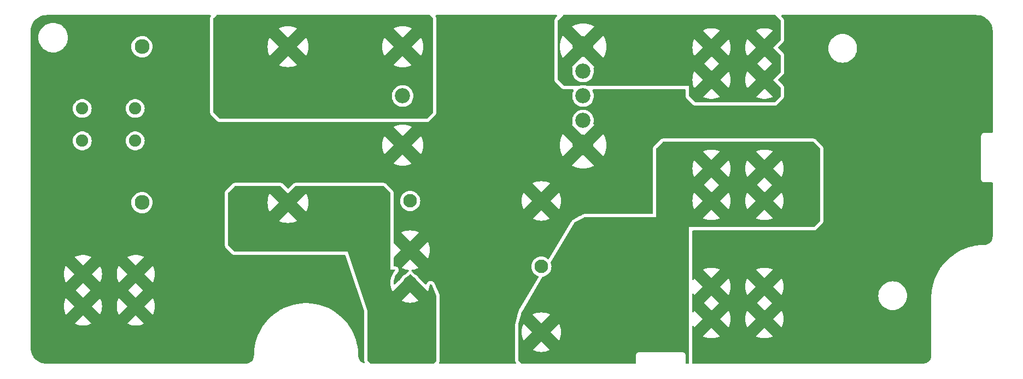
<source format=gbr>
%TF.GenerationSoftware,KiCad,Pcbnew,7.0.8*%
%TF.CreationDate,2024-04-29T16:46:21-06:00*%
%TF.ProjectId,GR-LRR-POWER-PCB-LOW-VOLTAGE,47522d4c-5252-42d5-904f-5745522d5043,rev?*%
%TF.SameCoordinates,Original*%
%TF.FileFunction,Copper,L2,Bot*%
%TF.FilePolarity,Positive*%
%FSLAX46Y46*%
G04 Gerber Fmt 4.6, Leading zero omitted, Abs format (unit mm)*
G04 Created by KiCad (PCBNEW 7.0.8) date 2024-04-29 16:46:21*
%MOMM*%
%LPD*%
G01*
G04 APERTURE LIST*
%TA.AperFunction,ComponentPad*%
%ADD10C,2.100000*%
%TD*%
%TA.AperFunction,ComponentPad*%
%ADD11C,1.905000*%
%TD*%
%TA.AperFunction,ComponentPad*%
%ADD12C,2.300000*%
%TD*%
%TA.AperFunction,ComponentPad*%
%ADD13C,2.355000*%
%TD*%
%TA.AperFunction,ComponentPad*%
%ADD14C,3.195000*%
%TD*%
G04 APERTURE END LIST*
D10*
%TO.P,PS2,1,+VIN*%
%TO.N,Net-(PS2-+VIN)*%
X168798000Y-148888000D03*
%TO.P,PS2,2,-VIN*%
%TO.N,GND*%
X168798000Y-143808000D03*
%TO.P,PS2,3,+VOUT*%
%TO.N,Net-(PS2-+VOUT)*%
X189118000Y-156508000D03*
%TO.P,PS2,4,OUTPUT_TRIM*%
%TO.N,unconnected-(PS2-OUTPUT_TRIM-Pad4)*%
X189118000Y-146348000D03*
%TO.P,PS2,5,-VOUT*%
%TO.N,GND*%
X189118000Y-136188000D03*
%TO.P,PS2,6,ON/OFF_CONTROL*%
%TO.N,unconnected-(PS2-ON{slash}OFF_CONTROL-Pad6)*%
X168798000Y-136188000D03*
%TD*%
D11*
%TO.P,J5,1_1,1_1*%
%TO.N,GND*%
X215462001Y-154476000D03*
%TO.P,J5,1_2,1_2*%
X223662000Y-154476000D03*
%TO.P,J5,2_1,2_1*%
X215462001Y-149476000D03*
%TO.P,J5,2_2,2_2*%
X223662000Y-149476000D03*
%TD*%
%TO.P,J3,1_1,1_1*%
%TO.N,Net-(PS1-+VOUT)*%
X215462001Y-117432000D03*
%TO.P,J3,1_2,1_2*%
X223662000Y-117432000D03*
%TO.P,J3,2_1,2_1*%
X215462001Y-112432000D03*
%TO.P,J3,2_2,2_2*%
X223662000Y-112432000D03*
%TD*%
D12*
%TO.P,U1,1,1*%
%TO.N,BATT+*%
X127272000Y-112312000D03*
%TO.P,U1,2,2*%
%TO.N,Net-(PS1-+VIN)*%
X149872000Y-112312000D03*
%TD*%
%TO.P,U2,1,1*%
%TO.N,BATT+*%
X127272000Y-136442000D03*
%TO.P,U2,2,2*%
%TO.N,Net-(PS2-+VIN)*%
X149872000Y-136442000D03*
%TD*%
D11*
%TO.P,J4,1_1,1_1*%
%TO.N,Net-(PS2-+VOUT)*%
X215462001Y-136188000D03*
%TO.P,J4,1_2,1_2*%
X223662000Y-136188000D03*
%TO.P,J4,2_1,2_1*%
X215462001Y-131188000D03*
%TO.P,J4,2_2,2_2*%
X223662000Y-131188000D03*
%TD*%
D13*
%TO.P,PS1,1,+VIN*%
%TO.N,Net-(PS1-+VIN)*%
X167641400Y-112312000D03*
%TO.P,PS1,2,ON/OFF_CONTROL*%
%TO.N,unconnected-(PS1-ON{slash}OFF_CONTROL-Pad2)*%
X167641400Y-119932000D03*
%TO.P,PS1,3,-VIN*%
%TO.N,GND*%
X167641400Y-127552000D03*
D14*
%TO.P,PS1,4,-VOUT*%
X195581400Y-127552000D03*
D13*
%TO.P,PS1,5,-SENSE*%
%TO.N,unconnected-(PS1--SENSE-Pad5)*%
X195581400Y-123742000D03*
%TO.P,PS1,6,OUTPUT_TRIM*%
%TO.N,unconnected-(PS1-OUTPUT_TRIM-Pad6)*%
X195581400Y-119932000D03*
%TO.P,PS1,7,+SENSE*%
%TO.N,unconnected-(PS1-+SENSE-Pad7)*%
X195581400Y-116122000D03*
D14*
%TO.P,PS1,8,+VOUT*%
%TO.N,Net-(PS1-+VOUT)*%
X195581400Y-112312000D03*
%TD*%
D11*
%TO.P,J2,1_1,1_1*%
%TO.N,GND*%
X126324999Y-147516400D03*
%TO.P,J2,1_2,1_2*%
X118125000Y-147516400D03*
%TO.P,J2,2_1,2_1*%
X126324999Y-152516400D03*
%TO.P,J2,2_2,2_2*%
X118125000Y-152516400D03*
%TD*%
%TO.P,J1,1_1,1_1*%
%TO.N,BATT+*%
X126223200Y-121867899D03*
%TO.P,J1,1_2,1_2*%
X118023201Y-121867899D03*
%TO.P,J1,2_1,2_1*%
X126223200Y-126867899D03*
%TO.P,J1,2_2,2_2*%
X118023201Y-126867899D03*
%TD*%
%TA.AperFunction,Conductor*%
%TO.N,GND*%
G36*
X137888990Y-107421985D02*
G01*
X137934745Y-107474789D01*
X137944689Y-107543947D01*
X137922529Y-107598824D01*
X137914698Y-107609683D01*
X137912432Y-107612827D01*
X137852663Y-107743699D01*
X137832978Y-107810737D01*
X137832976Y-107810742D01*
X137824750Y-107867957D01*
X137813958Y-107943025D01*
X137812500Y-107953163D01*
X137812500Y-122450173D01*
X137813950Y-122477227D01*
X137813950Y-122477228D01*
X137818231Y-122517036D01*
X137826885Y-122570445D01*
X137826885Y-122570447D01*
X137855102Y-122646097D01*
X137877168Y-122705257D01*
X137910653Y-122766580D01*
X137996877Y-122881761D01*
X137996881Y-122881765D01*
X137996886Y-122881771D01*
X138933819Y-123818704D01*
X138933820Y-123818704D01*
X138953956Y-123836791D01*
X138953955Y-123836791D01*
X138985139Y-123861920D01*
X138985142Y-123861922D01*
X139029026Y-123893567D01*
X139159903Y-123953338D01*
X139202675Y-123965897D01*
X139226937Y-123973022D01*
X139226942Y-123973023D01*
X139226946Y-123973024D01*
X139369362Y-123993500D01*
X139369365Y-123993500D01*
X171316173Y-123993500D01*
X171316177Y-123993500D01*
X171343216Y-123992051D01*
X171343223Y-123992050D01*
X171343227Y-123992050D01*
X171343228Y-123992050D01*
X171383036Y-123987769D01*
X171436448Y-123979114D01*
X171571257Y-123928832D01*
X171632580Y-123895347D01*
X171747761Y-123809123D01*
X172684697Y-122872188D01*
X172684697Y-122872187D01*
X172684704Y-122872181D01*
X172684704Y-122872180D01*
X172702791Y-122852044D01*
X172702791Y-122852045D01*
X172727920Y-122820861D01*
X172747218Y-122794099D01*
X172759567Y-122776974D01*
X172819338Y-122646097D01*
X172839023Y-122579058D01*
X172839024Y-122579054D01*
X172859500Y-122436638D01*
X172859500Y-107939623D01*
X172858051Y-107912584D01*
X172853769Y-107872764D01*
X172845114Y-107819352D01*
X172794832Y-107684543D01*
X172761347Y-107623220D01*
X172753566Y-107612826D01*
X172744421Y-107600609D01*
X172720005Y-107535145D01*
X172734857Y-107466872D01*
X172784263Y-107417467D01*
X172843689Y-107402300D01*
X191473454Y-107402300D01*
X191540493Y-107421985D01*
X191586248Y-107474789D01*
X191596192Y-107543947D01*
X191567167Y-107607503D01*
X191561141Y-107613974D01*
X191431416Y-107743699D01*
X191327296Y-107847819D01*
X191309209Y-107867956D01*
X191309209Y-107867955D01*
X191284080Y-107899139D01*
X191252433Y-107943025D01*
X191192663Y-108073899D01*
X191172978Y-108140937D01*
X191172976Y-108140942D01*
X191171738Y-108149554D01*
X191152500Y-108283362D01*
X191152500Y-109337460D01*
X191152500Y-112311999D01*
X191152500Y-116122001D01*
X191152500Y-117370177D01*
X191153949Y-117397216D01*
X191153950Y-117397225D01*
X191153950Y-117397226D01*
X191157689Y-117431997D01*
X191158230Y-117437027D01*
X191158230Y-117437029D01*
X191166886Y-117490450D01*
X191217166Y-117625252D01*
X191217168Y-117625257D01*
X191250653Y-117686580D01*
X191336877Y-117801761D01*
X191336881Y-117801765D01*
X191336886Y-117801771D01*
X192273819Y-118738704D01*
X192273820Y-118738704D01*
X192293956Y-118756791D01*
X192293955Y-118756791D01*
X192325139Y-118781920D01*
X192325142Y-118781922D01*
X192369026Y-118813567D01*
X192499903Y-118873338D01*
X192542675Y-118885897D01*
X192566937Y-118893022D01*
X192566942Y-118893023D01*
X192566946Y-118893024D01*
X192709362Y-118913500D01*
X194017070Y-118913500D01*
X194084109Y-118933185D01*
X194129864Y-118985989D01*
X194139808Y-119055147D01*
X194124457Y-119099500D01*
X194065335Y-119201901D01*
X193973455Y-119436008D01*
X193973449Y-119436027D01*
X193917488Y-119681210D01*
X193917487Y-119681215D01*
X193898695Y-119931995D01*
X193898695Y-119932004D01*
X193917487Y-120182784D01*
X193917488Y-120182789D01*
X193973449Y-120427972D01*
X193973451Y-120427981D01*
X193973453Y-120427986D01*
X194065335Y-120662098D01*
X194191084Y-120879901D01*
X194264841Y-120972389D01*
X194347893Y-121076534D01*
X194452913Y-121173977D01*
X194532251Y-121247592D01*
X194740048Y-121389265D01*
X194966639Y-121498386D01*
X195206963Y-121572516D01*
X195455651Y-121610000D01*
X195455652Y-121610000D01*
X195707148Y-121610000D01*
X195707149Y-121610000D01*
X195955837Y-121572516D01*
X196196161Y-121498386D01*
X196422753Y-121389265D01*
X196630549Y-121247592D01*
X196814910Y-121076530D01*
X196971716Y-120879901D01*
X197097465Y-120662098D01*
X197189347Y-120427986D01*
X197245311Y-120182794D01*
X197246626Y-120165252D01*
X197264105Y-119932004D01*
X197264105Y-119931995D01*
X197245312Y-119681215D01*
X197245311Y-119681210D01*
X197245311Y-119681206D01*
X197189347Y-119436014D01*
X197097465Y-119201902D01*
X197038343Y-119099500D01*
X197021870Y-119031600D01*
X197044722Y-118965573D01*
X197099644Y-118922383D01*
X197145730Y-118913500D01*
X211348500Y-118913500D01*
X211415539Y-118933185D01*
X211461294Y-118985989D01*
X211472500Y-119037500D01*
X211472500Y-119853615D01*
X211472500Y-119910177D01*
X211473669Y-119932000D01*
X211473950Y-119937227D01*
X211473950Y-119937228D01*
X211478231Y-119977036D01*
X211486885Y-120030445D01*
X211486885Y-120030447D01*
X211490097Y-120039058D01*
X211537168Y-120165257D01*
X211570653Y-120226580D01*
X211656877Y-120341761D01*
X211656880Y-120341764D01*
X211754264Y-120439148D01*
X212593819Y-121278704D01*
X212593820Y-121278704D01*
X212613956Y-121296791D01*
X212613955Y-121296791D01*
X212645139Y-121321920D01*
X212645142Y-121321922D01*
X212689026Y-121353567D01*
X212819903Y-121413338D01*
X212862675Y-121425897D01*
X212886937Y-121433022D01*
X212886942Y-121433023D01*
X212886946Y-121433024D01*
X213029362Y-121453500D01*
X213029365Y-121453500D01*
X225164173Y-121453500D01*
X225164177Y-121453500D01*
X225191216Y-121452051D01*
X225191223Y-121452050D01*
X225191227Y-121452050D01*
X225191228Y-121452050D01*
X225231036Y-121447769D01*
X225284448Y-121439114D01*
X225419257Y-121388832D01*
X225480580Y-121355347D01*
X225595761Y-121269123D01*
X226532697Y-120332188D01*
X226532697Y-120332187D01*
X226532704Y-120332181D01*
X226532704Y-120332180D01*
X226550791Y-120312044D01*
X226550791Y-120312045D01*
X226575920Y-120280861D01*
X226580362Y-120274699D01*
X226607567Y-120236974D01*
X226667338Y-120106097D01*
X226687023Y-120039058D01*
X226687024Y-120039054D01*
X226707500Y-119896638D01*
X226707500Y-118624962D01*
X226707499Y-118624945D01*
X226701570Y-118569805D01*
X226695948Y-118517510D01*
X226695946Y-118517506D01*
X226695946Y-118517503D01*
X226645667Y-118382702D01*
X226559442Y-118267520D01*
X226559437Y-118267515D01*
X226559432Y-118267509D01*
X225811603Y-117519680D01*
X225778118Y-117458357D01*
X225783102Y-117388665D01*
X225811601Y-117344320D01*
X226559442Y-116596480D01*
X226627254Y-116512332D01*
X226687024Y-116381454D01*
X226707500Y-116239038D01*
X226707500Y-113624962D01*
X226707499Y-113624945D01*
X226701570Y-113569805D01*
X226695948Y-113517510D01*
X226695946Y-113517506D01*
X226695946Y-113517503D01*
X226645667Y-113382702D01*
X226572632Y-113285140D01*
X226559442Y-113267520D01*
X226559437Y-113267515D01*
X226559432Y-113267509D01*
X225856576Y-112564653D01*
X233557900Y-112564653D01*
X233560580Y-112605550D01*
X233576890Y-112854387D01*
X233576892Y-112854399D01*
X233633534Y-113139159D01*
X233633538Y-113139174D01*
X233726870Y-113414119D01*
X233855288Y-113674526D01*
X234016606Y-113915954D01*
X234208050Y-114134255D01*
X234378523Y-114283755D01*
X234426353Y-114325701D01*
X234603400Y-114444000D01*
X234667779Y-114487017D01*
X234801787Y-114553102D01*
X234928190Y-114615437D01*
X235203139Y-114708770D01*
X235487917Y-114765416D01*
X235777653Y-114784406D01*
X236067389Y-114765416D01*
X236352167Y-114708770D01*
X236627116Y-114615437D01*
X236887530Y-114487015D01*
X237128953Y-114325701D01*
X237347255Y-114134255D01*
X237538701Y-113915953D01*
X237700015Y-113674530D01*
X237828437Y-113414116D01*
X237921770Y-113139167D01*
X237978416Y-112854389D01*
X237997406Y-112564653D01*
X237978416Y-112274917D01*
X237921770Y-111990139D01*
X237828437Y-111715190D01*
X237769897Y-111596483D01*
X237700020Y-111454786D01*
X237700011Y-111454771D01*
X237642765Y-111369096D01*
X237538701Y-111213353D01*
X237460936Y-111124679D01*
X237347255Y-110995050D01*
X237128954Y-110803606D01*
X236887526Y-110642288D01*
X236627119Y-110513870D01*
X236352174Y-110420538D01*
X236352168Y-110420536D01*
X236352167Y-110420536D01*
X236352165Y-110420535D01*
X236352159Y-110420534D01*
X236067399Y-110363892D01*
X236067389Y-110363890D01*
X235777653Y-110344900D01*
X235487917Y-110363890D01*
X235487911Y-110363891D01*
X235487906Y-110363892D01*
X235203146Y-110420534D01*
X235203131Y-110420538D01*
X234928186Y-110513870D01*
X234667786Y-110642285D01*
X234667771Y-110642294D01*
X234426351Y-110803606D01*
X234208050Y-110995050D01*
X234016606Y-111213351D01*
X233855294Y-111454771D01*
X233855285Y-111454786D01*
X233726870Y-111715186D01*
X233633538Y-111990131D01*
X233633534Y-111990146D01*
X233577277Y-112272970D01*
X233576890Y-112274917D01*
X233557900Y-112564653D01*
X225856576Y-112564653D01*
X225811603Y-112519680D01*
X225778118Y-112458357D01*
X225783102Y-112388665D01*
X225811601Y-112344320D01*
X226559442Y-111596480D01*
X226627254Y-111512332D01*
X226687024Y-111381454D01*
X226707500Y-111239038D01*
X226707500Y-108269823D01*
X226706051Y-108242784D01*
X226701769Y-108202964D01*
X226693114Y-108149552D01*
X226642832Y-108014743D01*
X226609347Y-107953420D01*
X226523123Y-107838239D01*
X226523117Y-107838233D01*
X226523113Y-107838228D01*
X226298866Y-107613981D01*
X226265381Y-107552658D01*
X226270365Y-107482966D01*
X226312237Y-107427033D01*
X226377701Y-107402616D01*
X226386547Y-107402300D01*
X256445708Y-107402300D01*
X256509722Y-107402300D01*
X256513466Y-107402413D01*
X256592942Y-107407220D01*
X256809139Y-107420297D01*
X256816573Y-107421201D01*
X257106083Y-107474256D01*
X257113353Y-107476047D01*
X257394364Y-107563614D01*
X257401351Y-107566265D01*
X257527899Y-107623219D01*
X257669758Y-107687065D01*
X257676388Y-107690545D01*
X257928265Y-107842810D01*
X257934421Y-107847057D01*
X258148456Y-108014743D01*
X258166123Y-108028584D01*
X258171723Y-108033545D01*
X258379853Y-108241675D01*
X258384814Y-108247275D01*
X258566339Y-108478975D01*
X258570589Y-108485134D01*
X258722854Y-108737011D01*
X258726337Y-108743646D01*
X258847134Y-109012048D01*
X258849788Y-109019044D01*
X258859504Y-109050222D01*
X258937350Y-109300040D01*
X258939143Y-109307316D01*
X258992198Y-109596826D01*
X258993102Y-109604265D01*
X259010987Y-109899932D01*
X259011100Y-109903677D01*
X259011100Y-125514785D01*
X258991415Y-125581824D01*
X258938611Y-125627579D01*
X258887100Y-125638785D01*
X257788784Y-125638785D01*
X257644862Y-125638785D01*
X257644859Y-125638785D01*
X257644857Y-125638786D01*
X257618665Y-125646475D01*
X257601391Y-125650233D01*
X257574367Y-125654119D01*
X257574364Y-125654120D01*
X257549533Y-125665460D01*
X257532964Y-125671640D01*
X257519994Y-125675448D01*
X257506770Y-125679332D01*
X257506768Y-125679332D01*
X257506768Y-125679333D01*
X257483805Y-125694090D01*
X257468284Y-125702565D01*
X257443451Y-125713906D01*
X257443448Y-125713908D01*
X257422823Y-125731780D01*
X257408663Y-125742380D01*
X257385699Y-125757138D01*
X257385694Y-125757142D01*
X257367816Y-125777774D01*
X257355312Y-125790278D01*
X257334680Y-125808156D01*
X257334676Y-125808161D01*
X257319918Y-125831125D01*
X257309318Y-125845285D01*
X257291446Y-125865910D01*
X257291444Y-125865913D01*
X257280103Y-125890746D01*
X257271628Y-125906267D01*
X257256871Y-125929230D01*
X257249178Y-125955426D01*
X257242998Y-125971995D01*
X257231658Y-125996826D01*
X257231657Y-125996829D01*
X257227771Y-126023853D01*
X257224013Y-126041127D01*
X257216324Y-126067319D01*
X257216323Y-126067327D01*
X257216323Y-132869384D01*
X257224013Y-132895575D01*
X257227770Y-132912844D01*
X257231658Y-132939878D01*
X257242996Y-132964704D01*
X257249178Y-132981279D01*
X257256869Y-133007472D01*
X257256870Y-133007474D01*
X257271629Y-133030440D01*
X257280105Y-133045962D01*
X257291446Y-133070794D01*
X257303260Y-133084428D01*
X257309319Y-133091421D01*
X257319918Y-133105581D01*
X257334676Y-133128544D01*
X257334680Y-133128549D01*
X257355311Y-133146427D01*
X257367815Y-133158931D01*
X257385694Y-133179563D01*
X257385695Y-133179564D01*
X257408667Y-133194326D01*
X257422819Y-133204921D01*
X257443450Y-133222798D01*
X257466722Y-133233426D01*
X257468274Y-133234135D01*
X257483801Y-133242613D01*
X257506770Y-133257374D01*
X257532959Y-133265064D01*
X257549536Y-133271247D01*
X257574361Y-133282584D01*
X257574362Y-133282584D01*
X257574366Y-133282586D01*
X257601387Y-133286471D01*
X257618669Y-133290230D01*
X257644862Y-133297921D01*
X257681024Y-133297921D01*
X258887100Y-133297921D01*
X258954139Y-133317606D01*
X258999894Y-133370410D01*
X259011100Y-133421921D01*
X259011100Y-141603110D01*
X259011094Y-141603199D01*
X259011099Y-141670662D01*
X259010908Y-141675529D01*
X258995399Y-141872767D01*
X258992357Y-141891987D01*
X258947886Y-142077269D01*
X258941873Y-142095777D01*
X258868966Y-142271811D01*
X258860132Y-142289150D01*
X258760582Y-142451609D01*
X258749144Y-142467353D01*
X258625400Y-142612240D01*
X258611640Y-142626000D01*
X258466753Y-142749744D01*
X258451009Y-142761182D01*
X258288550Y-142860732D01*
X258271211Y-142869566D01*
X258095177Y-142942473D01*
X258076669Y-142948485D01*
X257891388Y-142992956D01*
X257872173Y-142995999D01*
X257784462Y-143002895D01*
X257674927Y-143011507D01*
X257670063Y-143011698D01*
X257617220Y-143011695D01*
X257606601Y-143011695D01*
X257606600Y-143011695D01*
X257602755Y-143011695D01*
X257602658Y-143011701D01*
X257393930Y-143011704D01*
X257393659Y-143011705D01*
X256996324Y-143038890D01*
X256837388Y-143049764D01*
X256837387Y-143049764D01*
X256663853Y-143073618D01*
X256285015Y-143125695D01*
X255739109Y-143239144D01*
X255739104Y-143239145D01*
X255739101Y-143239146D01*
X255202217Y-143389581D01*
X254676843Y-143576306D01*
X254598779Y-143610215D01*
X254165440Y-143798445D01*
X253670376Y-144054970D01*
X253670377Y-144054970D01*
X253470776Y-144176352D01*
X253193984Y-144344675D01*
X253193980Y-144344677D01*
X253193978Y-144344679D01*
X252738471Y-144666214D01*
X252305960Y-145018089D01*
X252305961Y-145018088D01*
X251898464Y-145398664D01*
X251517888Y-145806161D01*
X251517889Y-145806160D01*
X251166014Y-146238671D01*
X250846454Y-146691380D01*
X250844475Y-146694184D01*
X250753613Y-146843598D01*
X250575664Y-147136220D01*
X250554770Y-147170577D01*
X250554770Y-147170576D01*
X250298245Y-147665640D01*
X250228080Y-147827172D01*
X250078888Y-148170640D01*
X250076105Y-148177046D01*
X249889381Y-148702417D01*
X249805512Y-149001737D01*
X249738944Y-149239309D01*
X249625495Y-149785215D01*
X249595188Y-150005690D01*
X249557392Y-150280646D01*
X249549564Y-150337590D01*
X249514154Y-150855153D01*
X249511505Y-150893864D01*
X249511500Y-151136849D01*
X249511500Y-151172643D01*
X249511499Y-151248522D01*
X249511500Y-151248535D01*
X249511500Y-159992710D01*
X249511494Y-159992799D01*
X249511499Y-160060262D01*
X249511308Y-160065129D01*
X249495799Y-160262367D01*
X249492757Y-160281587D01*
X249448286Y-160466869D01*
X249442273Y-160485377D01*
X249369366Y-160661411D01*
X249360532Y-160678750D01*
X249260982Y-160841209D01*
X249249544Y-160856953D01*
X249125800Y-161001840D01*
X249112040Y-161015600D01*
X248967153Y-161139344D01*
X248951409Y-161150782D01*
X248788950Y-161250332D01*
X248771611Y-161259166D01*
X248595577Y-161332073D01*
X248577069Y-161338086D01*
X248391787Y-161382557D01*
X248372567Y-161385599D01*
X248175329Y-161401108D01*
X248170462Y-161401299D01*
X248103084Y-161401294D01*
X248102996Y-161401300D01*
X212607500Y-161401300D01*
X212540461Y-161381615D01*
X212494706Y-161328811D01*
X212483500Y-161277300D01*
X212483500Y-157125706D01*
X214159331Y-157125706D01*
X214290586Y-157191624D01*
X214290587Y-157191625D01*
X214613781Y-157309258D01*
X214948434Y-157388572D01*
X215290043Y-157428499D01*
X215290044Y-157428500D01*
X215633958Y-157428500D01*
X215633958Y-157428499D01*
X215975566Y-157388572D01*
X215975568Y-157388572D01*
X216310220Y-157309258D01*
X216633414Y-157191625D01*
X216633415Y-157191624D01*
X216764669Y-157125706D01*
X222359330Y-157125706D01*
X222490585Y-157191624D01*
X222490586Y-157191625D01*
X222813780Y-157309258D01*
X223148433Y-157388572D01*
X223490042Y-157428499D01*
X223490043Y-157428500D01*
X223833957Y-157428500D01*
X223833957Y-157428499D01*
X224175565Y-157388572D01*
X224175567Y-157388572D01*
X224510219Y-157309258D01*
X224833413Y-157191625D01*
X224833414Y-157191624D01*
X224964668Y-157125706D01*
X224964668Y-157125705D01*
X223662000Y-155823038D01*
X222359330Y-157125705D01*
X222359330Y-157125706D01*
X216764669Y-157125706D01*
X216764669Y-157125705D01*
X215462001Y-155823038D01*
X214159331Y-157125705D01*
X214159331Y-157125706D01*
X212483500Y-157125706D01*
X212483500Y-155625899D01*
X212503185Y-155558860D01*
X212555989Y-155513105D01*
X212625147Y-155503161D01*
X212688703Y-155532186D01*
X212721359Y-155576785D01*
X212809603Y-155781358D01*
X212809604Y-155781359D01*
X214030150Y-154560813D01*
X214763501Y-154560813D01*
X214804096Y-154725511D01*
X214882925Y-154875707D01*
X214995408Y-155002675D01*
X215135008Y-155099033D01*
X215293611Y-155159184D01*
X215419751Y-155174500D01*
X215504251Y-155174500D01*
X215630391Y-155159184D01*
X215788994Y-155099033D01*
X215928594Y-155002675D01*
X216041077Y-154875707D01*
X216119906Y-154725511D01*
X216160501Y-154560813D01*
X216160501Y-154476001D01*
X216809039Y-154476001D01*
X218114397Y-155781359D01*
X218241145Y-155487527D01*
X218339784Y-155158048D01*
X218339787Y-155158038D01*
X218399505Y-154819356D01*
X218399506Y-154819345D01*
X218419505Y-154476003D01*
X220704496Y-154476003D01*
X220724494Y-154819345D01*
X220724495Y-154819356D01*
X220784213Y-155158038D01*
X220784216Y-155158048D01*
X220882855Y-155487527D01*
X221009602Y-155781358D01*
X221009603Y-155781359D01*
X222230149Y-154560813D01*
X222963500Y-154560813D01*
X223004095Y-154725511D01*
X223082924Y-154875707D01*
X223195407Y-155002675D01*
X223335007Y-155099033D01*
X223493610Y-155159184D01*
X223619750Y-155174500D01*
X223704250Y-155174500D01*
X223830390Y-155159184D01*
X223988993Y-155099033D01*
X224128593Y-155002675D01*
X224241076Y-154875707D01*
X224319905Y-154725511D01*
X224360500Y-154560813D01*
X224360500Y-154476001D01*
X225009038Y-154476001D01*
X226314396Y-155781359D01*
X226441144Y-155487527D01*
X226539783Y-155158048D01*
X226539786Y-155158038D01*
X226599504Y-154819356D01*
X226599505Y-154819345D01*
X226619504Y-154476003D01*
X226619504Y-154475996D01*
X226599505Y-154132654D01*
X226599504Y-154132643D01*
X226539786Y-153793961D01*
X226539783Y-153793951D01*
X226441144Y-153464472D01*
X226314396Y-153170639D01*
X225009038Y-154475999D01*
X225009038Y-154476001D01*
X224360500Y-154476001D01*
X224360500Y-154391187D01*
X224319905Y-154226489D01*
X224241076Y-154076293D01*
X224128593Y-153949325D01*
X223988993Y-153852967D01*
X223830390Y-153792816D01*
X223704250Y-153777500D01*
X223619750Y-153777500D01*
X223493610Y-153792816D01*
X223335007Y-153852967D01*
X223195407Y-153949325D01*
X223082924Y-154076293D01*
X223004095Y-154226489D01*
X222963500Y-154391187D01*
X222963500Y-154560813D01*
X222230149Y-154560813D01*
X222314962Y-154476000D01*
X222314962Y-154475999D01*
X221009602Y-153170640D01*
X220882855Y-153464472D01*
X220784216Y-153793951D01*
X220784213Y-153793961D01*
X220724495Y-154132643D01*
X220724494Y-154132654D01*
X220704496Y-154475996D01*
X220704496Y-154476003D01*
X218419505Y-154476003D01*
X218419505Y-154475996D01*
X218399506Y-154132654D01*
X218399505Y-154132643D01*
X218339787Y-153793961D01*
X218339784Y-153793951D01*
X218241145Y-153464472D01*
X218114397Y-153170639D01*
X216809039Y-154475999D01*
X216809039Y-154476001D01*
X216160501Y-154476001D01*
X216160501Y-154391187D01*
X216119906Y-154226489D01*
X216041077Y-154076293D01*
X215928594Y-153949325D01*
X215788994Y-153852967D01*
X215630391Y-153792816D01*
X215504251Y-153777500D01*
X215419751Y-153777500D01*
X215293611Y-153792816D01*
X215135008Y-153852967D01*
X214995408Y-153949325D01*
X214882925Y-154076293D01*
X214804096Y-154226489D01*
X214763501Y-154391187D01*
X214763501Y-154560813D01*
X214030150Y-154560813D01*
X214114963Y-154476000D01*
X214114963Y-154475999D01*
X212809603Y-153170640D01*
X212721359Y-153375214D01*
X212676731Y-153428974D01*
X212610123Y-153450072D01*
X212542682Y-153431810D01*
X212495821Y-153379986D01*
X212483500Y-153326100D01*
X212483500Y-151976000D01*
X214309039Y-151976000D01*
X215462001Y-153128962D01*
X216614963Y-151976000D01*
X222509038Y-151976000D01*
X223662000Y-153128962D01*
X224814962Y-151976000D01*
X223694115Y-150855153D01*
X241298550Y-150855153D01*
X241317540Y-151144887D01*
X241317542Y-151144899D01*
X241374184Y-151429659D01*
X241374188Y-151429674D01*
X241467520Y-151704619D01*
X241595938Y-151965026D01*
X241616594Y-151995940D01*
X241734938Y-152173054D01*
X241757256Y-152206454D01*
X241948700Y-152424755D01*
X242103877Y-152560841D01*
X242167003Y-152616201D01*
X242391059Y-152765911D01*
X242408429Y-152777517D01*
X242575172Y-152859745D01*
X242668840Y-152905937D01*
X242943789Y-152999270D01*
X243228567Y-153055916D01*
X243518303Y-153074906D01*
X243808039Y-153055916D01*
X244092817Y-152999270D01*
X244367766Y-152905937D01*
X244628180Y-152777515D01*
X244869603Y-152616201D01*
X245087905Y-152424755D01*
X245279351Y-152206453D01*
X245440665Y-151965030D01*
X245569087Y-151704616D01*
X245662420Y-151429667D01*
X245719066Y-151144889D01*
X245738056Y-150855153D01*
X245719066Y-150565417D01*
X245662420Y-150280639D01*
X245569087Y-150005690D01*
X245477197Y-149819356D01*
X245440670Y-149745286D01*
X245440661Y-149745271D01*
X245377480Y-149650714D01*
X245279351Y-149503853D01*
X245237405Y-149456023D01*
X245087905Y-149285550D01*
X244881283Y-149104348D01*
X244869603Y-149094105D01*
X244652925Y-148949325D01*
X244628176Y-148932788D01*
X244367769Y-148804370D01*
X244092824Y-148711038D01*
X244092818Y-148711036D01*
X244092817Y-148711036D01*
X244092815Y-148711035D01*
X244092809Y-148711034D01*
X243808049Y-148654392D01*
X243808039Y-148654390D01*
X243518303Y-148635400D01*
X243228567Y-148654390D01*
X243228561Y-148654391D01*
X243228556Y-148654392D01*
X242943796Y-148711034D01*
X242943781Y-148711038D01*
X242668836Y-148804370D01*
X242408436Y-148932785D01*
X242408421Y-148932794D01*
X242167001Y-149094106D01*
X241948700Y-149285550D01*
X241757256Y-149503851D01*
X241595944Y-149745271D01*
X241595935Y-149745286D01*
X241467520Y-150005686D01*
X241374188Y-150280631D01*
X241374184Y-150280646D01*
X241317542Y-150565406D01*
X241317540Y-150565418D01*
X241298550Y-150855153D01*
X223694115Y-150855153D01*
X223662000Y-150823038D01*
X222509038Y-151976000D01*
X216614963Y-151976000D01*
X215462001Y-150823038D01*
X214309039Y-151976000D01*
X212483500Y-151976000D01*
X212483500Y-150625899D01*
X212503185Y-150558860D01*
X212555989Y-150513105D01*
X212625147Y-150503161D01*
X212688703Y-150532186D01*
X212721359Y-150576785D01*
X212809603Y-150781358D01*
X212809604Y-150781359D01*
X214030150Y-149560813D01*
X214763501Y-149560813D01*
X214804096Y-149725511D01*
X214882925Y-149875707D01*
X214995408Y-150002675D01*
X215135008Y-150099033D01*
X215293611Y-150159184D01*
X215419751Y-150174500D01*
X215504251Y-150174500D01*
X215630391Y-150159184D01*
X215788994Y-150099033D01*
X215928594Y-150002675D01*
X216041077Y-149875707D01*
X216119906Y-149725511D01*
X216160501Y-149560813D01*
X216160501Y-149476001D01*
X216809039Y-149476001D01*
X218114397Y-150781359D01*
X218241145Y-150487527D01*
X218339784Y-150158048D01*
X218339787Y-150158038D01*
X218399505Y-149819356D01*
X218399506Y-149819345D01*
X218419505Y-149476003D01*
X220704496Y-149476003D01*
X220724494Y-149819345D01*
X220724495Y-149819356D01*
X220784213Y-150158038D01*
X220784216Y-150158048D01*
X220882855Y-150487527D01*
X221009602Y-150781358D01*
X221009603Y-150781359D01*
X222230149Y-149560813D01*
X222963500Y-149560813D01*
X223004095Y-149725511D01*
X223082924Y-149875707D01*
X223195407Y-150002675D01*
X223335007Y-150099033D01*
X223493610Y-150159184D01*
X223619750Y-150174500D01*
X223704250Y-150174500D01*
X223830390Y-150159184D01*
X223988993Y-150099033D01*
X224128593Y-150002675D01*
X224241076Y-149875707D01*
X224319905Y-149725511D01*
X224360500Y-149560813D01*
X224360500Y-149476001D01*
X225009038Y-149476001D01*
X226314396Y-150781359D01*
X226441144Y-150487527D01*
X226539783Y-150158048D01*
X226539786Y-150158038D01*
X226599504Y-149819356D01*
X226599505Y-149819345D01*
X226619504Y-149476003D01*
X226619504Y-149475996D01*
X226599505Y-149132654D01*
X226599504Y-149132643D01*
X226539786Y-148793961D01*
X226539783Y-148793951D01*
X226441144Y-148464472D01*
X226314396Y-148170639D01*
X225009038Y-149475999D01*
X225009038Y-149476001D01*
X224360500Y-149476001D01*
X224360500Y-149391187D01*
X224319905Y-149226489D01*
X224241076Y-149076293D01*
X224128593Y-148949325D01*
X223988993Y-148852967D01*
X223830390Y-148792816D01*
X223704250Y-148777500D01*
X223619750Y-148777500D01*
X223493610Y-148792816D01*
X223335007Y-148852967D01*
X223195407Y-148949325D01*
X223082924Y-149076293D01*
X223004095Y-149226489D01*
X222963500Y-149391187D01*
X222963500Y-149560813D01*
X222230149Y-149560813D01*
X222314962Y-149476000D01*
X222314962Y-149475999D01*
X221009602Y-148170640D01*
X220882855Y-148464472D01*
X220784216Y-148793951D01*
X220784213Y-148793961D01*
X220724495Y-149132643D01*
X220724494Y-149132654D01*
X220704496Y-149475996D01*
X220704496Y-149476003D01*
X218419505Y-149476003D01*
X218419505Y-149475996D01*
X218399506Y-149132654D01*
X218399505Y-149132643D01*
X218339787Y-148793961D01*
X218339784Y-148793951D01*
X218241145Y-148464472D01*
X218114397Y-148170639D01*
X216809039Y-149475999D01*
X216809039Y-149476001D01*
X216160501Y-149476001D01*
X216160501Y-149391187D01*
X216119906Y-149226489D01*
X216041077Y-149076293D01*
X215928594Y-148949325D01*
X215788994Y-148852967D01*
X215630391Y-148792816D01*
X215504251Y-148777500D01*
X215419751Y-148777500D01*
X215293611Y-148792816D01*
X215135008Y-148852967D01*
X214995408Y-148949325D01*
X214882925Y-149076293D01*
X214804096Y-149226489D01*
X214763501Y-149391187D01*
X214763501Y-149560813D01*
X214030150Y-149560813D01*
X214114963Y-149476000D01*
X214114963Y-149475999D01*
X212809603Y-148170640D01*
X212721359Y-148375214D01*
X212676731Y-148428974D01*
X212610123Y-148450072D01*
X212542682Y-148431810D01*
X212495821Y-148379986D01*
X212483500Y-148326100D01*
X212483500Y-146826293D01*
X214159332Y-146826293D01*
X215462001Y-148128962D01*
X215462002Y-148128962D01*
X216764668Y-146826293D01*
X222359331Y-146826293D01*
X223662000Y-148128962D01*
X223662001Y-148128962D01*
X224964667Y-146826293D01*
X224833403Y-146760370D01*
X224510219Y-146642741D01*
X224175566Y-146563427D01*
X223833957Y-146523500D01*
X223490043Y-146523500D01*
X223148434Y-146563427D01*
X223148432Y-146563427D01*
X222813780Y-146642741D01*
X222490592Y-146760372D01*
X222359331Y-146826293D01*
X216764668Y-146826293D01*
X216633404Y-146760370D01*
X216310220Y-146642741D01*
X215975567Y-146563427D01*
X215633958Y-146523500D01*
X215290044Y-146523500D01*
X214948435Y-146563427D01*
X214948433Y-146563427D01*
X214613781Y-146642741D01*
X214290593Y-146760372D01*
X214159332Y-146826293D01*
X212483500Y-146826293D01*
X212483500Y-140881500D01*
X212503185Y-140814461D01*
X212555989Y-140768706D01*
X212607500Y-140757500D01*
X231260173Y-140757500D01*
X231260177Y-140757500D01*
X231287216Y-140756051D01*
X231287223Y-140756050D01*
X231287227Y-140756050D01*
X231287228Y-140756050D01*
X231327036Y-140751769D01*
X231380448Y-140743114D01*
X231515257Y-140692832D01*
X231576580Y-140659347D01*
X231691761Y-140573123D01*
X232628697Y-139636188D01*
X232628697Y-139636187D01*
X232628704Y-139636181D01*
X232628704Y-139636180D01*
X232646791Y-139616044D01*
X232646791Y-139616045D01*
X232671920Y-139584861D01*
X232676362Y-139578699D01*
X232703567Y-139540974D01*
X232763338Y-139410097D01*
X232783023Y-139343058D01*
X232783024Y-139343054D01*
X232803500Y-139200638D01*
X232803500Y-128081823D01*
X232802051Y-128054784D01*
X232797769Y-128014964D01*
X232789114Y-127961552D01*
X232738832Y-127826743D01*
X232705347Y-127765420D01*
X232619123Y-127650239D01*
X232619117Y-127650233D01*
X232619113Y-127650228D01*
X231682181Y-126713296D01*
X231682180Y-126713296D01*
X231662044Y-126695209D01*
X231662045Y-126695209D01*
X231630861Y-126670080D01*
X231586974Y-126638433D01*
X231456100Y-126578663D01*
X231389063Y-126558978D01*
X231389057Y-126558976D01*
X231303604Y-126546690D01*
X231246638Y-126538500D01*
X207935823Y-126538500D01*
X207908784Y-126539949D01*
X207908776Y-126539949D01*
X207908773Y-126539950D01*
X207908772Y-126539950D01*
X207868964Y-126544231D01*
X207815554Y-126552885D01*
X207815552Y-126552885D01*
X207680747Y-126603166D01*
X207619422Y-126636651D01*
X207504240Y-126722876D01*
X207504228Y-126722886D01*
X206567296Y-127659819D01*
X206549209Y-127679956D01*
X206549209Y-127679955D01*
X206524080Y-127711139D01*
X206492433Y-127755025D01*
X206432663Y-127885899D01*
X206412978Y-127952937D01*
X206412976Y-127952942D01*
X206392500Y-128095363D01*
X206392500Y-138098500D01*
X206372815Y-138165539D01*
X206320011Y-138211294D01*
X206268500Y-138222500D01*
X195738925Y-138222500D01*
X195609185Y-138239433D01*
X195609181Y-138239434D01*
X195547668Y-138255769D01*
X195426621Y-138305434D01*
X195426611Y-138305439D01*
X195263216Y-138398804D01*
X194894278Y-138609615D01*
X193976064Y-139134282D01*
X193871832Y-139213340D01*
X193871816Y-139213354D01*
X193826522Y-139258043D01*
X193826521Y-139258045D01*
X193746051Y-139361231D01*
X190331900Y-145154374D01*
X190280904Y-145202136D01*
X190212181Y-145214744D01*
X190147551Y-145188197D01*
X190144541Y-145185707D01*
X190032175Y-145089738D01*
X190032173Y-145089737D01*
X189824089Y-144962222D01*
X189598618Y-144868830D01*
X189598621Y-144868830D01*
X189382461Y-144816934D01*
X189361302Y-144811854D01*
X189361300Y-144811853D01*
X189361297Y-144811853D01*
X189118000Y-144792706D01*
X188874702Y-144811853D01*
X188637380Y-144868830D01*
X188411910Y-144962222D01*
X188203826Y-145089737D01*
X188203823Y-145089738D01*
X188018241Y-145248241D01*
X187859738Y-145433823D01*
X187859737Y-145433826D01*
X187732222Y-145641910D01*
X187638830Y-145867380D01*
X187581853Y-146104702D01*
X187562706Y-146348000D01*
X187581853Y-146591297D01*
X187581853Y-146591300D01*
X187581854Y-146591302D01*
X187638271Y-146826293D01*
X187638830Y-146828619D01*
X187732222Y-147054089D01*
X187859737Y-147262173D01*
X187859738Y-147262176D01*
X187888993Y-147296429D01*
X188018241Y-147447759D01*
X188098611Y-147516401D01*
X188203823Y-147606261D01*
X188203826Y-147606262D01*
X188411911Y-147733777D01*
X188411914Y-147733779D01*
X188601476Y-147812297D01*
X188655880Y-147856137D01*
X188677945Y-147922432D01*
X188660852Y-147989816D01*
X185675181Y-153055916D01*
X185659099Y-153083204D01*
X185644054Y-153113091D01*
X185644053Y-153113093D01*
X185644053Y-153113092D01*
X185632910Y-153139433D01*
X185618271Y-153174036D01*
X185611234Y-153194310D01*
X185607301Y-153205647D01*
X185607299Y-153205652D01*
X185491818Y-153626427D01*
X185391305Y-153992658D01*
X185096284Y-155067608D01*
X185096283Y-155067614D01*
X185096283Y-155067613D01*
X185089580Y-155100397D01*
X185089580Y-155100398D01*
X185080640Y-155165956D01*
X185078321Y-155199343D01*
X185074905Y-156279012D01*
X185074186Y-156506400D01*
X185074181Y-156507997D01*
X185066221Y-159023340D01*
X185065491Y-159254184D01*
X185060678Y-160775015D01*
X185060401Y-160862376D01*
X185061786Y-160889616D01*
X185061786Y-160889618D01*
X185066001Y-160929720D01*
X185066001Y-160929719D01*
X185066002Y-160929726D01*
X185066003Y-160929734D01*
X185068395Y-160944683D01*
X185074614Y-160983551D01*
X185074615Y-160983557D01*
X185124682Y-161118441D01*
X185124684Y-161118445D01*
X185158071Y-161179819D01*
X185158070Y-161179819D01*
X185175476Y-161203146D01*
X185199790Y-161268648D01*
X185184831Y-161336898D01*
X185135348Y-161386226D01*
X185076092Y-161401300D01*
X173358049Y-161401300D01*
X173291010Y-161381615D01*
X173245255Y-161328811D01*
X173235311Y-161259653D01*
X173257470Y-161204775D01*
X173267567Y-161190774D01*
X173327338Y-161059897D01*
X173344386Y-161001840D01*
X173347022Y-160992863D01*
X173347023Y-160992857D01*
X173347024Y-160992854D01*
X173367500Y-160850438D01*
X173367500Y-150928665D01*
X173357787Y-150830047D01*
X173348348Y-150782594D01*
X173319582Y-150687765D01*
X172631352Y-149026232D01*
X172622848Y-149010322D01*
X172584642Y-148938845D01*
X172584635Y-148938833D01*
X172579214Y-148930721D01*
X172557756Y-148898607D01*
X172494893Y-148822009D01*
X172477253Y-148804369D01*
X172404507Y-148731621D01*
X172401815Y-148728970D01*
X172398968Y-148726187D01*
X172282485Y-148641740D01*
X172282481Y-148641738D01*
X172282480Y-148641737D01*
X172220652Y-148609195D01*
X172202277Y-148602660D01*
X172085094Y-148560983D01*
X171941443Y-148552917D01*
X171941429Y-148552917D01*
X171888704Y-148557500D01*
X171874510Y-148558734D01*
X171873435Y-148558780D01*
X171871825Y-148558966D01*
X171731724Y-148591697D01*
X171731721Y-148591699D01*
X171731720Y-148591699D01*
X171731718Y-148591700D01*
X171654522Y-148635400D01*
X171606511Y-148662578D01*
X171606499Y-148662586D01*
X171551225Y-148705299D01*
X171551221Y-148705302D01*
X171451054Y-148808585D01*
X171451051Y-148808590D01*
X171384048Y-148935892D01*
X171384041Y-148935909D01*
X171360630Y-149001735D01*
X171352681Y-149041171D01*
X171320137Y-149102998D01*
X171259332Y-149137416D01*
X171189573Y-149133497D01*
X171143445Y-149104348D01*
X170135231Y-148096134D01*
X170117184Y-148073242D01*
X170117180Y-148073236D01*
X170056259Y-147973821D01*
X169897759Y-147788241D01*
X169775063Y-147683449D01*
X169712176Y-147629738D01*
X169712173Y-147629737D01*
X169612755Y-147568813D01*
X169589864Y-147550767D01*
X169243125Y-147204028D01*
X169243107Y-147204011D01*
X169158989Y-147136224D01*
X169158984Y-147136220D01*
X169158982Y-147136219D01*
X169158980Y-147136217D01*
X169114633Y-147107716D01*
X169059434Y-147080085D01*
X169008298Y-147032475D01*
X168991019Y-146964776D01*
X169013084Y-146898482D01*
X169067488Y-146854641D01*
X169107989Y-146845397D01*
X169140024Y-146843598D01*
X169140037Y-146843596D01*
X169477754Y-146786216D01*
X169477762Y-146786214D01*
X169806934Y-146691380D01*
X170123427Y-146560286D01*
X170131571Y-146555784D01*
X168798000Y-145222214D01*
X167464427Y-146555784D01*
X167472573Y-146560287D01*
X167472575Y-146560288D01*
X167789064Y-146691380D01*
X168118237Y-146786214D01*
X168118245Y-146786216D01*
X168455962Y-146843596D01*
X168455974Y-146843598D01*
X168489856Y-146845501D01*
X168555686Y-146868914D01*
X168598408Y-146924200D01*
X168604458Y-146993807D01*
X168571916Y-147055635D01*
X168532831Y-147081187D01*
X168533418Y-147082471D01*
X168529394Y-147084308D01*
X168468059Y-147117799D01*
X168352877Y-147204024D01*
X168352865Y-147204034D01*
X168006127Y-147550772D01*
X167983236Y-147568818D01*
X167883826Y-147629737D01*
X167883823Y-147629738D01*
X167698241Y-147788241D01*
X167539738Y-147973823D01*
X167539737Y-147973826D01*
X167478818Y-148073236D01*
X167460772Y-148096127D01*
X167239344Y-148317556D01*
X167066532Y-148490368D01*
X166677099Y-148879800D01*
X166624114Y-148932785D01*
X166467739Y-149089159D01*
X166406416Y-149122643D01*
X166336724Y-149117659D01*
X166280791Y-149075787D01*
X166256374Y-149010322D01*
X166256259Y-149008530D01*
X166249685Y-148891469D01*
X166249685Y-148884517D01*
X166251457Y-148852967D01*
X166265319Y-148606123D01*
X166266094Y-148599241D01*
X166312803Y-148324327D01*
X166314346Y-148317567D01*
X166391540Y-148049624D01*
X166393832Y-148043072D01*
X166500537Y-147785460D01*
X166503552Y-147779199D01*
X166638436Y-147535145D01*
X166642119Y-147529283D01*
X166803490Y-147301853D01*
X166807802Y-147296445D01*
X166900393Y-147192838D01*
X166905502Y-147187032D01*
X166983290Y-147065992D01*
X167023826Y-146927940D01*
X167023826Y-146784060D01*
X166983290Y-146646008D01*
X166970242Y-146625705D01*
X166905503Y-146524969D01*
X166905499Y-146524965D01*
X166796770Y-146430750D01*
X166796768Y-146430748D01*
X166796765Y-146430746D01*
X166796761Y-146430744D01*
X166665890Y-146370976D01*
X166665885Y-146370975D01*
X166523471Y-146350500D01*
X166379500Y-146350500D01*
X166312461Y-146330815D01*
X166266706Y-146278011D01*
X166255500Y-146226500D01*
X166255500Y-144987648D01*
X166275185Y-144920609D01*
X166291819Y-144899967D01*
X167383786Y-143808000D01*
X167343597Y-143767811D01*
X168159216Y-143767811D01*
X168169290Y-143927933D01*
X168218868Y-144080519D01*
X168304835Y-144215981D01*
X168421790Y-144325809D01*
X168562383Y-144403101D01*
X168717781Y-144443000D01*
X168837952Y-144443000D01*
X168957173Y-144427939D01*
X169106345Y-144368877D01*
X169236142Y-144274574D01*
X169338410Y-144150954D01*
X169406721Y-144005785D01*
X169436784Y-143848189D01*
X169434256Y-143808000D01*
X170212214Y-143808000D01*
X171545784Y-145141571D01*
X171550286Y-145133427D01*
X171681380Y-144816934D01*
X171776214Y-144487762D01*
X171776216Y-144487754D01*
X171833596Y-144150037D01*
X171833598Y-144150025D01*
X171852805Y-143808000D01*
X171833598Y-143465974D01*
X171833596Y-143465962D01*
X171776216Y-143128245D01*
X171776214Y-143128237D01*
X171681380Y-142799064D01*
X171550288Y-142482575D01*
X171550287Y-142482573D01*
X171545784Y-142474427D01*
X170212214Y-143807999D01*
X170212214Y-143808000D01*
X169434256Y-143808000D01*
X169426710Y-143688067D01*
X169377132Y-143535481D01*
X169291165Y-143400019D01*
X169174210Y-143290191D01*
X169033617Y-143212899D01*
X168878219Y-143173000D01*
X168758048Y-143173000D01*
X168638827Y-143188061D01*
X168489655Y-143247123D01*
X168359858Y-143341426D01*
X168257590Y-143465046D01*
X168189279Y-143610215D01*
X168159216Y-143767811D01*
X167343597Y-143767811D01*
X166291819Y-142716033D01*
X166258334Y-142654710D01*
X166255500Y-142628352D01*
X166255500Y-141060214D01*
X167464427Y-141060214D01*
X168798000Y-142393786D01*
X168798001Y-142393786D01*
X170131570Y-141060214D01*
X170131570Y-141060213D01*
X170123433Y-141055716D01*
X170123424Y-141055711D01*
X169806935Y-140924619D01*
X169477762Y-140829785D01*
X169477754Y-140829783D01*
X169140037Y-140772403D01*
X169140025Y-140772401D01*
X168798000Y-140753194D01*
X168455974Y-140772401D01*
X168455962Y-140772403D01*
X168118245Y-140829783D01*
X168118237Y-140829785D01*
X167789064Y-140924619D01*
X167472572Y-141055713D01*
X167464427Y-141060214D01*
X166255500Y-141060214D01*
X166255500Y-138935784D01*
X187784427Y-138935784D01*
X187792573Y-138940287D01*
X187792575Y-138940288D01*
X188109064Y-139071380D01*
X188438237Y-139166214D01*
X188438245Y-139166216D01*
X188775962Y-139223596D01*
X188775974Y-139223598D01*
X189118000Y-139242805D01*
X189460025Y-139223598D01*
X189460037Y-139223596D01*
X189797754Y-139166216D01*
X189797762Y-139166214D01*
X190126934Y-139071380D01*
X190443427Y-138940286D01*
X190451571Y-138935784D01*
X189118000Y-137602214D01*
X187784427Y-138935784D01*
X166255500Y-138935784D01*
X166255500Y-136188000D01*
X167242706Y-136188000D01*
X167261853Y-136431297D01*
X167261853Y-136431300D01*
X167261854Y-136431302D01*
X167289738Y-136547447D01*
X167318830Y-136668619D01*
X167412222Y-136894089D01*
X167539737Y-137102173D01*
X167539738Y-137102176D01*
X167539741Y-137102179D01*
X167698241Y-137287759D01*
X167841897Y-137410453D01*
X167883823Y-137446261D01*
X167883826Y-137446262D01*
X168091910Y-137573777D01*
X168317381Y-137667169D01*
X168317378Y-137667169D01*
X168317384Y-137667170D01*
X168317388Y-137667172D01*
X168554698Y-137724146D01*
X168798000Y-137743294D01*
X169041302Y-137724146D01*
X169278612Y-137667172D01*
X169504089Y-137573777D01*
X169712179Y-137446259D01*
X169897759Y-137287759D01*
X170056259Y-137102179D01*
X170183777Y-136894089D01*
X170277172Y-136668612D01*
X170334146Y-136431302D01*
X170353294Y-136188000D01*
X186063194Y-136188000D01*
X186082401Y-136530025D01*
X186082403Y-136530037D01*
X186139783Y-136867754D01*
X186139785Y-136867762D01*
X186234619Y-137196935D01*
X186365711Y-137513424D01*
X186365716Y-137513433D01*
X186370213Y-137521570D01*
X186370214Y-137521570D01*
X187703786Y-136187999D01*
X187663598Y-136147811D01*
X188479216Y-136147811D01*
X188489290Y-136307933D01*
X188538868Y-136460519D01*
X188624835Y-136595981D01*
X188741790Y-136705809D01*
X188882383Y-136783101D01*
X189037781Y-136823000D01*
X189157952Y-136823000D01*
X189277173Y-136807939D01*
X189426345Y-136748877D01*
X189556142Y-136654574D01*
X189658410Y-136530954D01*
X189726721Y-136385785D01*
X189756784Y-136228189D01*
X189754256Y-136188000D01*
X190532214Y-136188000D01*
X191865784Y-137521571D01*
X191870286Y-137513427D01*
X192001380Y-137196934D01*
X192096214Y-136867762D01*
X192096216Y-136867754D01*
X192153596Y-136530037D01*
X192153598Y-136530025D01*
X192172805Y-136188000D01*
X192153598Y-135845974D01*
X192153596Y-135845962D01*
X192096216Y-135508245D01*
X192096214Y-135508237D01*
X192001380Y-135179064D01*
X191870288Y-134862575D01*
X191870287Y-134862573D01*
X191865784Y-134854427D01*
X190532214Y-136187999D01*
X190532214Y-136188000D01*
X189754256Y-136188000D01*
X189746710Y-136068067D01*
X189697132Y-135915481D01*
X189611165Y-135780019D01*
X189494210Y-135670191D01*
X189353617Y-135592899D01*
X189198219Y-135553000D01*
X189078048Y-135553000D01*
X188958827Y-135568061D01*
X188809655Y-135627123D01*
X188679858Y-135721426D01*
X188577590Y-135845046D01*
X188509279Y-135990215D01*
X188479216Y-136147811D01*
X187663598Y-136147811D01*
X186370214Y-134854427D01*
X186365713Y-134862572D01*
X186234619Y-135179064D01*
X186139785Y-135508237D01*
X186139783Y-135508245D01*
X186082403Y-135845962D01*
X186082401Y-135845974D01*
X186063194Y-136188000D01*
X170353294Y-136188000D01*
X170334146Y-135944698D01*
X170277172Y-135707388D01*
X170277169Y-135707380D01*
X170183777Y-135481910D01*
X170056262Y-135273826D01*
X170056261Y-135273823D01*
X169910012Y-135102588D01*
X169897759Y-135088241D01*
X169775063Y-134983449D01*
X169712176Y-134929738D01*
X169712173Y-134929737D01*
X169504089Y-134802222D01*
X169278618Y-134708830D01*
X169278621Y-134708830D01*
X169172992Y-134683470D01*
X169041302Y-134651854D01*
X169041300Y-134651853D01*
X169041297Y-134651853D01*
X168798000Y-134632706D01*
X168554702Y-134651853D01*
X168317380Y-134708830D01*
X168091910Y-134802222D01*
X167883826Y-134929737D01*
X167883823Y-134929738D01*
X167698241Y-135088241D01*
X167539738Y-135273823D01*
X167539737Y-135273826D01*
X167412222Y-135481910D01*
X167318830Y-135707380D01*
X167261853Y-135944702D01*
X167242706Y-136188000D01*
X166255500Y-136188000D01*
X166255500Y-134939827D01*
X166255500Y-134939823D01*
X166254051Y-134912784D01*
X166249769Y-134872964D01*
X166241114Y-134819552D01*
X166190832Y-134684743D01*
X166157347Y-134623420D01*
X166071123Y-134508239D01*
X166071117Y-134508233D01*
X166071113Y-134508228D01*
X165134181Y-133571296D01*
X165134180Y-133571296D01*
X165114044Y-133553209D01*
X165114045Y-133553209D01*
X165082861Y-133528080D01*
X165038974Y-133496433D01*
X164915875Y-133440214D01*
X187784427Y-133440214D01*
X189118000Y-134773786D01*
X189118001Y-134773786D01*
X190451570Y-133440214D01*
X190451570Y-133440213D01*
X190443433Y-133435716D01*
X190443424Y-133435711D01*
X190126935Y-133304619D01*
X189797762Y-133209785D01*
X189797754Y-133209783D01*
X189460037Y-133152403D01*
X189460025Y-133152401D01*
X189118000Y-133133194D01*
X188775974Y-133152401D01*
X188775962Y-133152403D01*
X188438245Y-133209783D01*
X188438237Y-133209785D01*
X188109064Y-133304619D01*
X187792572Y-133435713D01*
X187784427Y-133440214D01*
X164915875Y-133440214D01*
X164908100Y-133436663D01*
X164841063Y-133416978D01*
X164841057Y-133416976D01*
X164755604Y-133404690D01*
X164698638Y-133396500D01*
X150997786Y-133396500D01*
X150997769Y-133396500D01*
X150890332Y-133408052D01*
X150890327Y-133408053D01*
X150755525Y-133458332D01*
X150755523Y-133458334D01*
X150640351Y-133544550D01*
X150640333Y-133544566D01*
X149959679Y-134225220D01*
X149898356Y-134258705D01*
X149828664Y-134253721D01*
X149784317Y-134225220D01*
X149103658Y-133544561D01*
X149103655Y-133544558D01*
X149019507Y-133476746D01*
X149019503Y-133476744D01*
X148888632Y-133416976D01*
X148888627Y-133416975D01*
X148746213Y-133396500D01*
X141641823Y-133396500D01*
X141614784Y-133397949D01*
X141614776Y-133397949D01*
X141614773Y-133397950D01*
X141614772Y-133397950D01*
X141574964Y-133402231D01*
X141521554Y-133410885D01*
X141521552Y-133410885D01*
X141386747Y-133461166D01*
X141325422Y-133494651D01*
X141210240Y-133580876D01*
X141210228Y-133580886D01*
X140273296Y-134517819D01*
X140255209Y-134537956D01*
X140255209Y-134537955D01*
X140230080Y-134569139D01*
X140198433Y-134613025D01*
X140138663Y-134743899D01*
X140118978Y-134810937D01*
X140118976Y-134810942D01*
X140117738Y-134819554D01*
X140098500Y-134953362D01*
X140098500Y-136441998D01*
X140098500Y-139044041D01*
X140098500Y-143024177D01*
X140099871Y-143049764D01*
X140099950Y-143051227D01*
X140099950Y-143051228D01*
X140104231Y-143091036D01*
X140112885Y-143144445D01*
X140112885Y-143144447D01*
X140129153Y-143188061D01*
X140163168Y-143279257D01*
X140196653Y-143340580D01*
X140282877Y-143455761D01*
X140282881Y-143455765D01*
X140282886Y-143455771D01*
X141219819Y-144392704D01*
X141219820Y-144392704D01*
X141239956Y-144410791D01*
X141239955Y-144410791D01*
X141271139Y-144435920D01*
X141271142Y-144435922D01*
X141315026Y-144467567D01*
X141445903Y-144527338D01*
X141488675Y-144539897D01*
X141512937Y-144547022D01*
X141512942Y-144547023D01*
X141512946Y-144547024D01*
X141655362Y-144567500D01*
X158692283Y-144567500D01*
X158759322Y-144587185D01*
X158805077Y-144639989D01*
X158809917Y-144652282D01*
X160479022Y-149659596D01*
X161060270Y-151403340D01*
X161682137Y-153268940D01*
X161688500Y-153308152D01*
X161688500Y-160863977D01*
X161689874Y-160889619D01*
X161689950Y-160891027D01*
X161689950Y-160891028D01*
X161694231Y-160930836D01*
X161702885Y-160984245D01*
X161702885Y-160984247D01*
X161753168Y-161119058D01*
X161763168Y-161137371D01*
X161778020Y-161205644D01*
X161753603Y-161271108D01*
X161697669Y-161312979D01*
X161627977Y-161317963D01*
X161606885Y-161311359D01*
X161480818Y-161259143D01*
X161463480Y-161250309D01*
X161442306Y-161237334D01*
X161301018Y-161150754D01*
X161285277Y-161139318D01*
X161140389Y-161015573D01*
X161126629Y-161001813D01*
X161111032Y-160983551D01*
X161002882Y-160856923D01*
X160991447Y-160841183D01*
X160891892Y-160678722D01*
X160883058Y-160661384D01*
X160841865Y-160561932D01*
X160810142Y-160485342D01*
X160804131Y-160466839D01*
X160759653Y-160281562D01*
X160756611Y-160262354D01*
X160741096Y-160065169D01*
X160740906Y-160060304D01*
X160740906Y-160059953D01*
X160740908Y-159996774D01*
X160740906Y-159996769D01*
X160740907Y-159992819D01*
X160740906Y-159992787D01*
X160740906Y-159787342D01*
X160703329Y-159237988D01*
X160703329Y-159237989D01*
X160628353Y-158692491D01*
X160628353Y-158692490D01*
X160516324Y-158153378D01*
X160367768Y-157623172D01*
X160367768Y-157623173D01*
X160367764Y-157623159D01*
X160183369Y-157104321D01*
X159963996Y-156599275D01*
X159710670Y-156110378D01*
X159424571Y-155639907D01*
X159107032Y-155190058D01*
X158759536Y-154762927D01*
X158383700Y-154360506D01*
X157981279Y-153984670D01*
X157554148Y-153637174D01*
X157104301Y-153319636D01*
X156864871Y-153174036D01*
X156633828Y-153033536D01*
X156633825Y-153033534D01*
X156633821Y-153033532D01*
X156387569Y-152905935D01*
X156144931Y-152780210D01*
X155639885Y-152560837D01*
X155121047Y-152376442D01*
X155121033Y-152376438D01*
X155121034Y-152376438D01*
X154590828Y-152227882D01*
X154051716Y-152115853D01*
X154051715Y-152115853D01*
X153506217Y-152040877D01*
X153506218Y-152040877D01*
X153414659Y-152034614D01*
X152956869Y-152003300D01*
X152406237Y-152003300D01*
X151948447Y-152034614D01*
X151856888Y-152040877D01*
X151856889Y-152040877D01*
X151311391Y-152115853D01*
X151311390Y-152115853D01*
X150772278Y-152227882D01*
X150242072Y-152376438D01*
X150242073Y-152376438D01*
X150242059Y-152376442D01*
X149723221Y-152560837D01*
X149218175Y-152780210D01*
X148975537Y-152905935D01*
X148729285Y-153033532D01*
X148729280Y-153033534D01*
X148729278Y-153033536D01*
X148498235Y-153174036D01*
X148258805Y-153319636D01*
X147808958Y-153637174D01*
X147381827Y-153984670D01*
X146979406Y-154360506D01*
X146603570Y-154762927D01*
X146256074Y-155190058D01*
X145938535Y-155639907D01*
X145652436Y-156110378D01*
X145399110Y-156599275D01*
X145179737Y-157104321D01*
X144995342Y-157623159D01*
X144995338Y-157623173D01*
X144995338Y-157623172D01*
X144846782Y-158153378D01*
X144734753Y-158692490D01*
X144734753Y-158692491D01*
X144659777Y-159237989D01*
X144659777Y-159237988D01*
X144622200Y-159787342D01*
X144622200Y-159992710D01*
X144622194Y-159992799D01*
X144622199Y-160060262D01*
X144622008Y-160065129D01*
X144606499Y-160262367D01*
X144603457Y-160281587D01*
X144558986Y-160466869D01*
X144552973Y-160485377D01*
X144480066Y-160661411D01*
X144471232Y-160678750D01*
X144371682Y-160841209D01*
X144360244Y-160856953D01*
X144236500Y-161001840D01*
X144222740Y-161015600D01*
X144077853Y-161139344D01*
X144062109Y-161150782D01*
X143899650Y-161250332D01*
X143882311Y-161259166D01*
X143706277Y-161332073D01*
X143687769Y-161338086D01*
X143502487Y-161382557D01*
X143483267Y-161385599D01*
X143286029Y-161401108D01*
X143281162Y-161401299D01*
X143213784Y-161401294D01*
X143213696Y-161401300D01*
X112513478Y-161401300D01*
X112509733Y-161401187D01*
X112214065Y-161383302D01*
X112206626Y-161382398D01*
X111917116Y-161329343D01*
X111909840Y-161327550D01*
X111748581Y-161277300D01*
X111628844Y-161239988D01*
X111621848Y-161237334D01*
X111353446Y-161116537D01*
X111346811Y-161113054D01*
X111094934Y-160960789D01*
X111088775Y-160956539D01*
X110857075Y-160775014D01*
X110851475Y-160770053D01*
X110643345Y-160561923D01*
X110638384Y-160556323D01*
X110456857Y-160324621D01*
X110452610Y-160318465D01*
X110300345Y-160066588D01*
X110296862Y-160059953D01*
X110176065Y-159791551D01*
X110173414Y-159784564D01*
X110085847Y-159503553D01*
X110084056Y-159496283D01*
X110031001Y-159206773D01*
X110030097Y-159199334D01*
X110021041Y-159049623D01*
X110012213Y-158903666D01*
X110012100Y-158899922D01*
X110012100Y-155166106D01*
X116822330Y-155166106D01*
X116953585Y-155232024D01*
X116953586Y-155232025D01*
X117276780Y-155349658D01*
X117611433Y-155428972D01*
X117953042Y-155468899D01*
X117953043Y-155468900D01*
X118296957Y-155468900D01*
X118296957Y-155468899D01*
X118638565Y-155428972D01*
X118638567Y-155428972D01*
X118973219Y-155349658D01*
X119296413Y-155232025D01*
X119296414Y-155232024D01*
X119427668Y-155166106D01*
X125022329Y-155166106D01*
X125153584Y-155232024D01*
X125153585Y-155232025D01*
X125476779Y-155349658D01*
X125811432Y-155428972D01*
X126153041Y-155468899D01*
X126153042Y-155468900D01*
X126496956Y-155468900D01*
X126496956Y-155468899D01*
X126838564Y-155428972D01*
X126838566Y-155428972D01*
X127173218Y-155349658D01*
X127496412Y-155232025D01*
X127496413Y-155232024D01*
X127627667Y-155166106D01*
X127627667Y-155166105D01*
X126324999Y-153863438D01*
X125022329Y-155166105D01*
X125022329Y-155166106D01*
X119427668Y-155166106D01*
X119427668Y-155166105D01*
X118125000Y-153863438D01*
X116822330Y-155166105D01*
X116822330Y-155166106D01*
X110012100Y-155166106D01*
X110012100Y-152516403D01*
X115167496Y-152516403D01*
X115187494Y-152859745D01*
X115187495Y-152859756D01*
X115247213Y-153198438D01*
X115247216Y-153198448D01*
X115345855Y-153527927D01*
X115472602Y-153821758D01*
X115472603Y-153821759D01*
X116693149Y-152601213D01*
X117426500Y-152601213D01*
X117467095Y-152765911D01*
X117545924Y-152916107D01*
X117658407Y-153043075D01*
X117798007Y-153139433D01*
X117956610Y-153199584D01*
X118082750Y-153214900D01*
X118167250Y-153214900D01*
X118293390Y-153199584D01*
X118451993Y-153139433D01*
X118591593Y-153043075D01*
X118704076Y-152916107D01*
X118782905Y-152765911D01*
X118823500Y-152601213D01*
X118823500Y-152516401D01*
X119472038Y-152516401D01*
X120777396Y-153821759D01*
X120904144Y-153527927D01*
X121002783Y-153198448D01*
X121002786Y-153198438D01*
X121062504Y-152859756D01*
X121062505Y-152859745D01*
X121082504Y-152516403D01*
X123367495Y-152516403D01*
X123387493Y-152859745D01*
X123387494Y-152859756D01*
X123447212Y-153198438D01*
X123447215Y-153198448D01*
X123545854Y-153527927D01*
X123672601Y-153821758D01*
X123672602Y-153821759D01*
X124893148Y-152601213D01*
X125626499Y-152601213D01*
X125667094Y-152765911D01*
X125745923Y-152916107D01*
X125858406Y-153043075D01*
X125998006Y-153139433D01*
X126156609Y-153199584D01*
X126282749Y-153214900D01*
X126367249Y-153214900D01*
X126493389Y-153199584D01*
X126651992Y-153139433D01*
X126791592Y-153043075D01*
X126904075Y-152916107D01*
X126982904Y-152765911D01*
X127023499Y-152601213D01*
X127023499Y-152516401D01*
X127672037Y-152516401D01*
X128977395Y-153821759D01*
X129104143Y-153527927D01*
X129202782Y-153198448D01*
X129202785Y-153198438D01*
X129262503Y-152859756D01*
X129262504Y-152859745D01*
X129282503Y-152516403D01*
X129282503Y-152516396D01*
X129262504Y-152173054D01*
X129262503Y-152173043D01*
X129202785Y-151834361D01*
X129202782Y-151834351D01*
X129104143Y-151504872D01*
X128977395Y-151211039D01*
X127672037Y-152516399D01*
X127672037Y-152516401D01*
X127023499Y-152516401D01*
X127023499Y-152431587D01*
X126982904Y-152266889D01*
X126904075Y-152116693D01*
X126791592Y-151989725D01*
X126651992Y-151893367D01*
X126493389Y-151833216D01*
X126367249Y-151817900D01*
X126282749Y-151817900D01*
X126156609Y-151833216D01*
X125998006Y-151893367D01*
X125858406Y-151989725D01*
X125745923Y-152116693D01*
X125667094Y-152266889D01*
X125626499Y-152431587D01*
X125626499Y-152601213D01*
X124893148Y-152601213D01*
X124977961Y-152516400D01*
X124977961Y-152516399D01*
X123672601Y-151211040D01*
X123545854Y-151504872D01*
X123447215Y-151834351D01*
X123447212Y-151834361D01*
X123387494Y-152173043D01*
X123387493Y-152173054D01*
X123367495Y-152516396D01*
X123367495Y-152516403D01*
X121082504Y-152516403D01*
X121082504Y-152516396D01*
X121062505Y-152173054D01*
X121062504Y-152173043D01*
X121002786Y-151834361D01*
X121002783Y-151834351D01*
X120904144Y-151504872D01*
X120777396Y-151211039D01*
X119472038Y-152516399D01*
X119472038Y-152516401D01*
X118823500Y-152516401D01*
X118823500Y-152431587D01*
X118782905Y-152266889D01*
X118704076Y-152116693D01*
X118591593Y-151989725D01*
X118451993Y-151893367D01*
X118293390Y-151833216D01*
X118167250Y-151817900D01*
X118082750Y-151817900D01*
X117956610Y-151833216D01*
X117798007Y-151893367D01*
X117658407Y-151989725D01*
X117545924Y-152116693D01*
X117467095Y-152266889D01*
X117426500Y-152431587D01*
X117426500Y-152601213D01*
X116693149Y-152601213D01*
X116777962Y-152516400D01*
X116777962Y-152516399D01*
X115472603Y-151211040D01*
X115472602Y-151211040D01*
X115345855Y-151504872D01*
X115247216Y-151834351D01*
X115247213Y-151834361D01*
X115187495Y-152173043D01*
X115187494Y-152173054D01*
X115167496Y-152516396D01*
X115167496Y-152516403D01*
X110012100Y-152516403D01*
X110012100Y-150016400D01*
X116972038Y-150016400D01*
X118125000Y-151169362D01*
X119277962Y-150016400D01*
X125172037Y-150016400D01*
X126324999Y-151169362D01*
X127477961Y-150016400D01*
X126324999Y-148863438D01*
X125172037Y-150016400D01*
X119277962Y-150016400D01*
X118125000Y-148863438D01*
X116972038Y-150016400D01*
X110012100Y-150016400D01*
X110012100Y-147516403D01*
X115167496Y-147516403D01*
X115187494Y-147859745D01*
X115187495Y-147859756D01*
X115247213Y-148198438D01*
X115247216Y-148198448D01*
X115345855Y-148527927D01*
X115472602Y-148821758D01*
X115472603Y-148821759D01*
X116693149Y-147601213D01*
X117426500Y-147601213D01*
X117467095Y-147765911D01*
X117545924Y-147916107D01*
X117658407Y-148043075D01*
X117798007Y-148139433D01*
X117956610Y-148199584D01*
X118082750Y-148214900D01*
X118167250Y-148214900D01*
X118293390Y-148199584D01*
X118451993Y-148139433D01*
X118591593Y-148043075D01*
X118704076Y-147916107D01*
X118782905Y-147765911D01*
X118823500Y-147601213D01*
X118823500Y-147516401D01*
X119472038Y-147516401D01*
X120777396Y-148821759D01*
X120904144Y-148527927D01*
X121002783Y-148198448D01*
X121002786Y-148198438D01*
X121062504Y-147859756D01*
X121062505Y-147859745D01*
X121082504Y-147516403D01*
X123367495Y-147516403D01*
X123387493Y-147859745D01*
X123387494Y-147859756D01*
X123447212Y-148198438D01*
X123447215Y-148198448D01*
X123545854Y-148527927D01*
X123672601Y-148821758D01*
X123672602Y-148821759D01*
X124893148Y-147601213D01*
X125626499Y-147601213D01*
X125667094Y-147765911D01*
X125745923Y-147916107D01*
X125858406Y-148043075D01*
X125998006Y-148139433D01*
X126156609Y-148199584D01*
X126282749Y-148214900D01*
X126367249Y-148214900D01*
X126493389Y-148199584D01*
X126651992Y-148139433D01*
X126791592Y-148043075D01*
X126904075Y-147916107D01*
X126982904Y-147765911D01*
X127023499Y-147601213D01*
X127023499Y-147516401D01*
X127672037Y-147516401D01*
X128977395Y-148821759D01*
X129104143Y-148527927D01*
X129202782Y-148198448D01*
X129202785Y-148198438D01*
X129262503Y-147859756D01*
X129262504Y-147859745D01*
X129282503Y-147516403D01*
X129282503Y-147516396D01*
X129262504Y-147173054D01*
X129262503Y-147173043D01*
X129202785Y-146834361D01*
X129202782Y-146834351D01*
X129104143Y-146504872D01*
X128977395Y-146211039D01*
X127672037Y-147516399D01*
X127672037Y-147516401D01*
X127023499Y-147516401D01*
X127023499Y-147431587D01*
X126982904Y-147266889D01*
X126904075Y-147116693D01*
X126791592Y-146989725D01*
X126651992Y-146893367D01*
X126493389Y-146833216D01*
X126367249Y-146817900D01*
X126282749Y-146817900D01*
X126156609Y-146833216D01*
X125998006Y-146893367D01*
X125858406Y-146989725D01*
X125745923Y-147116693D01*
X125667094Y-147266889D01*
X125626499Y-147431587D01*
X125626499Y-147601213D01*
X124893148Y-147601213D01*
X124977961Y-147516400D01*
X124977961Y-147516399D01*
X123672601Y-146211040D01*
X123545854Y-146504872D01*
X123447215Y-146834351D01*
X123447212Y-146834361D01*
X123387494Y-147173043D01*
X123387493Y-147173054D01*
X123367495Y-147516396D01*
X123367495Y-147516403D01*
X121082504Y-147516403D01*
X121082504Y-147516396D01*
X121062505Y-147173054D01*
X121062504Y-147173043D01*
X121002786Y-146834361D01*
X121002783Y-146834351D01*
X120904144Y-146504872D01*
X120777396Y-146211039D01*
X119472038Y-147516399D01*
X119472038Y-147516401D01*
X118823500Y-147516401D01*
X118823500Y-147431587D01*
X118782905Y-147266889D01*
X118704076Y-147116693D01*
X118591593Y-146989725D01*
X118451993Y-146893367D01*
X118293390Y-146833216D01*
X118167250Y-146817900D01*
X118082750Y-146817900D01*
X117956610Y-146833216D01*
X117798007Y-146893367D01*
X117658407Y-146989725D01*
X117545924Y-147116693D01*
X117467095Y-147266889D01*
X117426500Y-147431587D01*
X117426500Y-147601213D01*
X116693149Y-147601213D01*
X116777962Y-147516400D01*
X116777962Y-147516399D01*
X115472603Y-146211040D01*
X115472602Y-146211040D01*
X115345855Y-146504872D01*
X115247216Y-146834351D01*
X115247213Y-146834361D01*
X115187495Y-147173043D01*
X115187494Y-147173054D01*
X115167496Y-147516396D01*
X115167496Y-147516403D01*
X110012100Y-147516403D01*
X110012100Y-144866693D01*
X116822331Y-144866693D01*
X118125000Y-146169362D01*
X118125001Y-146169362D01*
X119427667Y-144866693D01*
X125022330Y-144866693D01*
X126324999Y-146169362D01*
X126325000Y-146169362D01*
X127627666Y-144866693D01*
X127496402Y-144800770D01*
X127173218Y-144683141D01*
X126838565Y-144603827D01*
X126496956Y-144563900D01*
X126153042Y-144563900D01*
X125811433Y-144603827D01*
X125811431Y-144603827D01*
X125476779Y-144683141D01*
X125153591Y-144800772D01*
X125022330Y-144866693D01*
X119427667Y-144866693D01*
X119296403Y-144800770D01*
X118973219Y-144683141D01*
X118638566Y-144603827D01*
X118296957Y-144563900D01*
X117953043Y-144563900D01*
X117611434Y-144603827D01*
X117611432Y-144603827D01*
X117276780Y-144683141D01*
X116953592Y-144800772D01*
X116822331Y-144866693D01*
X110012100Y-144866693D01*
X110012100Y-136442000D01*
X125616396Y-136442000D01*
X125636778Y-136700990D01*
X125697427Y-136953610D01*
X125796843Y-137193623D01*
X125796845Y-137193627D01*
X125796846Y-137193628D01*
X125932588Y-137415140D01*
X126101311Y-137612689D01*
X126298860Y-137781412D01*
X126520372Y-137917154D01*
X126520374Y-137917154D01*
X126520376Y-137917156D01*
X126581693Y-137942554D01*
X126760390Y-138016573D01*
X127013006Y-138077221D01*
X127272000Y-138097604D01*
X127530994Y-138077221D01*
X127783610Y-138016573D01*
X128023628Y-137917154D01*
X128245140Y-137781412D01*
X128442689Y-137612689D01*
X128611412Y-137415140D01*
X128747154Y-137193628D01*
X128846573Y-136953610D01*
X128907221Y-136700994D01*
X128927604Y-136442000D01*
X128907221Y-136183006D01*
X128846573Y-135930390D01*
X128760017Y-135721426D01*
X128747156Y-135690376D01*
X128687422Y-135592899D01*
X128611412Y-135468860D01*
X128442689Y-135271311D01*
X128245140Y-135102588D01*
X128023628Y-134966846D01*
X128023627Y-134966845D01*
X128023623Y-134966843D01*
X127796977Y-134872964D01*
X127783610Y-134867427D01*
X127783611Y-134867427D01*
X127584197Y-134819552D01*
X127530994Y-134806779D01*
X127530992Y-134806778D01*
X127530991Y-134806778D01*
X127272000Y-134786396D01*
X127013009Y-134806778D01*
X126760389Y-134867427D01*
X126520376Y-134966843D01*
X126298859Y-135102588D01*
X126101311Y-135271311D01*
X125932588Y-135468859D01*
X125796843Y-135690376D01*
X125697427Y-135930389D01*
X125636778Y-136183009D01*
X125616396Y-136442000D01*
X110012100Y-136442000D01*
X110012100Y-130393608D01*
X166214005Y-130393608D01*
X166260563Y-130419340D01*
X166590283Y-130555914D01*
X166933221Y-130654713D01*
X166933229Y-130654715D01*
X167285064Y-130714494D01*
X167285076Y-130714496D01*
X167641400Y-130734506D01*
X167997723Y-130714496D01*
X167997735Y-130714494D01*
X168059028Y-130704080D01*
X193843532Y-130704080D01*
X194116153Y-130842988D01*
X194468178Y-130978118D01*
X194832415Y-131075715D01*
X195204841Y-131134701D01*
X195581399Y-131154437D01*
X195581401Y-131154437D01*
X195957958Y-131134701D01*
X196330383Y-131075715D01*
X196330385Y-131075715D01*
X196694621Y-130978118D01*
X197046646Y-130842988D01*
X197319266Y-130704080D01*
X195581400Y-128966214D01*
X193843532Y-130704080D01*
X168059028Y-130704080D01*
X168349570Y-130654715D01*
X168349578Y-130654713D01*
X168692516Y-130555914D01*
X169022243Y-130419337D01*
X169068793Y-130393608D01*
X169068793Y-130393607D01*
X167641400Y-128966214D01*
X166214005Y-130393607D01*
X166214005Y-130393608D01*
X110012100Y-130393608D01*
X110012100Y-126867904D01*
X116565221Y-126867904D01*
X116585105Y-127107871D01*
X116644218Y-127341304D01*
X116736637Y-127551999D01*
X116740946Y-127561821D01*
X116872650Y-127763409D01*
X117035738Y-127940570D01*
X117169314Y-128044536D01*
X117217225Y-128081827D01*
X117225762Y-128088471D01*
X117437537Y-128203078D01*
X117555799Y-128243677D01*
X117665284Y-128281264D01*
X117665286Y-128281264D01*
X117665288Y-128281265D01*
X117902802Y-128320899D01*
X117902803Y-128320899D01*
X118143599Y-128320899D01*
X118143600Y-128320899D01*
X118381114Y-128281265D01*
X118608865Y-128203078D01*
X118820640Y-128088471D01*
X119010664Y-127940570D01*
X119173752Y-127763409D01*
X119305456Y-127561821D01*
X119402184Y-127341304D01*
X119461296Y-127107875D01*
X119473760Y-126957455D01*
X119481181Y-126867904D01*
X124765220Y-126867904D01*
X124785104Y-127107871D01*
X124844217Y-127341304D01*
X124936636Y-127551999D01*
X124940945Y-127561821D01*
X125072649Y-127763409D01*
X125235737Y-127940570D01*
X125369313Y-128044536D01*
X125417224Y-128081827D01*
X125425761Y-128088471D01*
X125637536Y-128203078D01*
X125755798Y-128243677D01*
X125865283Y-128281264D01*
X125865285Y-128281264D01*
X125865287Y-128281265D01*
X126102801Y-128320899D01*
X126102802Y-128320899D01*
X126343598Y-128320899D01*
X126343599Y-128320899D01*
X126581113Y-128281265D01*
X126808864Y-128203078D01*
X127020639Y-128088471D01*
X127210663Y-127940570D01*
X127373751Y-127763409D01*
X127505455Y-127561821D01*
X127509763Y-127552000D01*
X164458893Y-127552000D01*
X164478903Y-127908323D01*
X164478905Y-127908335D01*
X164538684Y-128260170D01*
X164538686Y-128260178D01*
X164637485Y-128603116D01*
X164774059Y-128932836D01*
X164799790Y-128979393D01*
X164799791Y-128979393D01*
X166227186Y-127552000D01*
X166851433Y-127552000D01*
X166871239Y-127727784D01*
X166929664Y-127894754D01*
X167023779Y-128044536D01*
X167148864Y-128169621D01*
X167298646Y-128263736D01*
X167465616Y-128322161D01*
X167597316Y-128337000D01*
X167685484Y-128337000D01*
X167817184Y-128322161D01*
X167984154Y-128263736D01*
X168133936Y-128169621D01*
X168259021Y-128044536D01*
X168353136Y-127894754D01*
X168411561Y-127727784D01*
X168431367Y-127552000D01*
X169055614Y-127552000D01*
X170483007Y-128979393D01*
X170483008Y-128979393D01*
X170508737Y-128932843D01*
X170645314Y-128603116D01*
X170744113Y-128260178D01*
X170744115Y-128260170D01*
X170803894Y-127908335D01*
X170803896Y-127908323D01*
X170823906Y-127552000D01*
X191978963Y-127552000D01*
X191998698Y-127928558D01*
X192057684Y-128300983D01*
X192057684Y-128300985D01*
X192155281Y-128665221D01*
X192290410Y-129017242D01*
X192429318Y-129289866D01*
X194167186Y-127552000D01*
X194511247Y-127552000D01*
X194531810Y-127760776D01*
X194592708Y-127961530D01*
X194691600Y-128146545D01*
X194824688Y-128308712D01*
X194986855Y-128441800D01*
X195171870Y-128540692D01*
X195372624Y-128601590D01*
X195529082Y-128617000D01*
X195633718Y-128617000D01*
X195790176Y-128601590D01*
X195990930Y-128540692D01*
X196175945Y-128441800D01*
X196338112Y-128308712D01*
X196471200Y-128146545D01*
X196570092Y-127961530D01*
X196630990Y-127760776D01*
X196651553Y-127552000D01*
X196995614Y-127552000D01*
X198733480Y-129289866D01*
X198872388Y-129017246D01*
X199007518Y-128665221D01*
X199105115Y-128300985D01*
X199105115Y-128300983D01*
X199164101Y-127928558D01*
X199183837Y-127552000D01*
X199183837Y-127551999D01*
X199164101Y-127175441D01*
X199105115Y-126803016D01*
X199105115Y-126803014D01*
X199007518Y-126438778D01*
X198872388Y-126086753D01*
X198733479Y-125814132D01*
X196995614Y-127551999D01*
X196995614Y-127552000D01*
X196651553Y-127552000D01*
X196630990Y-127343224D01*
X196570092Y-127142470D01*
X196471200Y-126957455D01*
X196338112Y-126795288D01*
X196175945Y-126662200D01*
X195990930Y-126563308D01*
X195790176Y-126502410D01*
X195633718Y-126487000D01*
X195529082Y-126487000D01*
X195372624Y-126502410D01*
X195171870Y-126563308D01*
X194986855Y-126662200D01*
X194824688Y-126795288D01*
X194691600Y-126957455D01*
X194592708Y-127142470D01*
X194531810Y-127343224D01*
X194511247Y-127552000D01*
X194167186Y-127552000D01*
X192429319Y-125814133D01*
X192290411Y-126086753D01*
X192155281Y-126438778D01*
X192057684Y-126803014D01*
X192057684Y-126803016D01*
X191998698Y-127175441D01*
X191978963Y-127551999D01*
X191978963Y-127552000D01*
X170823906Y-127552000D01*
X170803896Y-127195676D01*
X170803894Y-127195664D01*
X170744115Y-126843829D01*
X170744113Y-126843821D01*
X170645314Y-126500883D01*
X170508740Y-126171163D01*
X170483008Y-126124605D01*
X170483007Y-126124605D01*
X169055614Y-127551999D01*
X169055614Y-127552000D01*
X168431367Y-127552000D01*
X168411561Y-127376216D01*
X168353136Y-127209246D01*
X168259021Y-127059464D01*
X168133936Y-126934379D01*
X167984154Y-126840264D01*
X167817184Y-126781839D01*
X167685484Y-126767000D01*
X167597316Y-126767000D01*
X167465616Y-126781839D01*
X167298646Y-126840264D01*
X167148864Y-126934379D01*
X167023779Y-127059464D01*
X166929664Y-127209246D01*
X166871239Y-127376216D01*
X166851433Y-127552000D01*
X166227186Y-127552000D01*
X166227186Y-127551999D01*
X164799791Y-126124604D01*
X164774059Y-126171163D01*
X164637485Y-126500883D01*
X164538686Y-126843821D01*
X164538684Y-126843829D01*
X164478905Y-127195664D01*
X164478903Y-127195676D01*
X164458893Y-127552000D01*
X127509763Y-127552000D01*
X127602183Y-127341304D01*
X127661295Y-127107875D01*
X127673759Y-126957455D01*
X127681180Y-126867904D01*
X127681180Y-126867893D01*
X127662018Y-126636651D01*
X127661295Y-126627923D01*
X127602183Y-126394494D01*
X127505455Y-126173977D01*
X127373751Y-125972389D01*
X127210663Y-125795228D01*
X127076558Y-125690850D01*
X127020641Y-125647328D01*
X126808865Y-125532720D01*
X126808856Y-125532717D01*
X126581116Y-125454533D01*
X126402977Y-125424807D01*
X126343599Y-125414899D01*
X126102801Y-125414899D01*
X126055298Y-125422825D01*
X125865283Y-125454533D01*
X125637543Y-125532717D01*
X125637534Y-125532720D01*
X125425758Y-125647328D01*
X125340217Y-125713908D01*
X125235737Y-125795228D01*
X125235734Y-125795230D01*
X125235734Y-125795231D01*
X125072649Y-125972389D01*
X124940943Y-126173980D01*
X124844217Y-126394493D01*
X124785104Y-126627926D01*
X124765220Y-126867893D01*
X124765220Y-126867904D01*
X119481181Y-126867904D01*
X119481181Y-126867893D01*
X119462019Y-126636651D01*
X119461296Y-126627923D01*
X119402184Y-126394494D01*
X119305456Y-126173977D01*
X119173752Y-125972389D01*
X119010664Y-125795228D01*
X118876559Y-125690850D01*
X118820642Y-125647328D01*
X118608866Y-125532720D01*
X118608857Y-125532717D01*
X118381117Y-125454533D01*
X118202978Y-125424807D01*
X118143600Y-125414899D01*
X117902802Y-125414899D01*
X117855299Y-125422825D01*
X117665284Y-125454533D01*
X117437544Y-125532717D01*
X117437535Y-125532720D01*
X117225759Y-125647328D01*
X117140218Y-125713908D01*
X117035738Y-125795228D01*
X117035735Y-125795230D01*
X117035735Y-125795231D01*
X116872650Y-125972389D01*
X116740944Y-126173980D01*
X116644218Y-126394493D01*
X116585105Y-126627926D01*
X116565221Y-126867893D01*
X116565221Y-126867904D01*
X110012100Y-126867904D01*
X110012100Y-124710391D01*
X166214004Y-124710391D01*
X167641400Y-126137786D01*
X167641401Y-126137786D01*
X169068793Y-124710391D01*
X169068793Y-124710390D01*
X169022236Y-124684659D01*
X168692516Y-124548085D01*
X168349578Y-124449286D01*
X168349570Y-124449284D01*
X168059028Y-124399919D01*
X193843532Y-124399919D01*
X195581400Y-126137786D01*
X195581401Y-126137786D01*
X197319267Y-124399917D01*
X197255871Y-124367616D01*
X197205075Y-124319642D01*
X197188280Y-124251821D01*
X197191275Y-124229538D01*
X197245311Y-123992794D01*
X197250104Y-123928832D01*
X197264105Y-123742004D01*
X197264105Y-123741995D01*
X197245312Y-123491215D01*
X197245311Y-123491210D01*
X197245311Y-123491206D01*
X197189347Y-123246014D01*
X197097465Y-123011902D01*
X196971716Y-122794099D01*
X196814910Y-122597470D01*
X196814909Y-122597469D01*
X196814906Y-122597465D01*
X196630549Y-122426408D01*
X196505724Y-122341304D01*
X196422753Y-122284735D01*
X196422749Y-122284733D01*
X196422746Y-122284731D01*
X196422745Y-122284730D01*
X196196163Y-122175615D01*
X196196165Y-122175615D01*
X195955845Y-122101486D01*
X195955841Y-122101485D01*
X195955837Y-122101484D01*
X195836213Y-122083453D01*
X195707154Y-122064000D01*
X195707149Y-122064000D01*
X195455651Y-122064000D01*
X195455645Y-122064000D01*
X195300773Y-122087344D01*
X195206963Y-122101484D01*
X195206960Y-122101485D01*
X195206954Y-122101486D01*
X194966638Y-122175614D01*
X194740051Y-122284733D01*
X194740047Y-122284735D01*
X194532253Y-122426406D01*
X194347893Y-122597465D01*
X194191084Y-122794099D01*
X194065335Y-123011901D01*
X193973455Y-123246008D01*
X193973449Y-123246027D01*
X193917488Y-123491210D01*
X193917487Y-123491215D01*
X193898695Y-123741995D01*
X193898695Y-123742004D01*
X193917487Y-123992784D01*
X193917488Y-123992789D01*
X193971524Y-124229540D01*
X193967251Y-124299279D01*
X193925952Y-124355636D01*
X193906928Y-124367616D01*
X193843532Y-124399918D01*
X193843532Y-124399919D01*
X168059028Y-124399919D01*
X167997735Y-124389505D01*
X167997723Y-124389503D01*
X167641400Y-124369493D01*
X167285076Y-124389503D01*
X167285064Y-124389505D01*
X166933229Y-124449284D01*
X166933221Y-124449286D01*
X166590283Y-124548085D01*
X166260563Y-124684659D01*
X166214004Y-124710391D01*
X110012100Y-124710391D01*
X110012100Y-121867904D01*
X116565221Y-121867904D01*
X116585105Y-122107871D01*
X116644218Y-122341304D01*
X116703839Y-122477227D01*
X116740946Y-122561821D01*
X116872650Y-122763409D01*
X117035738Y-122940570D01*
X117225762Y-123088471D01*
X117437537Y-123203078D01*
X117555799Y-123243677D01*
X117665284Y-123281264D01*
X117665286Y-123281264D01*
X117665288Y-123281265D01*
X117902802Y-123320899D01*
X117902803Y-123320899D01*
X118143599Y-123320899D01*
X118143600Y-123320899D01*
X118381114Y-123281265D01*
X118608865Y-123203078D01*
X118820640Y-123088471D01*
X119010664Y-122940570D01*
X119173752Y-122763409D01*
X119305456Y-122561821D01*
X119402184Y-122341304D01*
X119461296Y-122107875D01*
X119481181Y-121867904D01*
X124765220Y-121867904D01*
X124785104Y-122107871D01*
X124844217Y-122341304D01*
X124903838Y-122477227D01*
X124940945Y-122561821D01*
X125072649Y-122763409D01*
X125235737Y-122940570D01*
X125425761Y-123088471D01*
X125637536Y-123203078D01*
X125755798Y-123243677D01*
X125865283Y-123281264D01*
X125865285Y-123281264D01*
X125865287Y-123281265D01*
X126102801Y-123320899D01*
X126102802Y-123320899D01*
X126343598Y-123320899D01*
X126343599Y-123320899D01*
X126581113Y-123281265D01*
X126808864Y-123203078D01*
X127020639Y-123088471D01*
X127210663Y-122940570D01*
X127373751Y-122763409D01*
X127505455Y-122561821D01*
X127602183Y-122341304D01*
X127661295Y-122107875D01*
X127681180Y-121867899D01*
X127661295Y-121627923D01*
X127602183Y-121394494D01*
X127505455Y-121173977D01*
X127373751Y-120972389D01*
X127210663Y-120795228D01*
X127039617Y-120662098D01*
X127020641Y-120647328D01*
X126808865Y-120532720D01*
X126808856Y-120532717D01*
X126581116Y-120454533D01*
X126402977Y-120424807D01*
X126343599Y-120414899D01*
X126102801Y-120414899D01*
X126055298Y-120422825D01*
X125865283Y-120454533D01*
X125637543Y-120532717D01*
X125637534Y-120532720D01*
X125425758Y-120647328D01*
X125291656Y-120751704D01*
X125235737Y-120795228D01*
X125235734Y-120795230D01*
X125235734Y-120795231D01*
X125072649Y-120972389D01*
X124940943Y-121173980D01*
X124844217Y-121394493D01*
X124785104Y-121627926D01*
X124765220Y-121867893D01*
X124765220Y-121867904D01*
X119481181Y-121867904D01*
X119481181Y-121867899D01*
X119461296Y-121627923D01*
X119402184Y-121394494D01*
X119305456Y-121173977D01*
X119173752Y-120972389D01*
X119010664Y-120795228D01*
X118839618Y-120662098D01*
X118820642Y-120647328D01*
X118608866Y-120532720D01*
X118608857Y-120532717D01*
X118381117Y-120454533D01*
X118202978Y-120424807D01*
X118143600Y-120414899D01*
X117902802Y-120414899D01*
X117855299Y-120422825D01*
X117665284Y-120454533D01*
X117437544Y-120532717D01*
X117437535Y-120532720D01*
X117225759Y-120647328D01*
X117091657Y-120751704D01*
X117035738Y-120795228D01*
X117035735Y-120795230D01*
X117035735Y-120795231D01*
X116872650Y-120972389D01*
X116740944Y-121173980D01*
X116644218Y-121394493D01*
X116585105Y-121627926D01*
X116565221Y-121867893D01*
X116565221Y-121867904D01*
X110012100Y-121867904D01*
X110012100Y-110901800D01*
X111222188Y-110901800D01*
X111241774Y-111200626D01*
X111241775Y-111200638D01*
X111300196Y-111494335D01*
X111300201Y-111494355D01*
X111396455Y-111777912D01*
X111396459Y-111777922D01*
X111528911Y-112046507D01*
X111640080Y-112212883D01*
X111681110Y-112274289D01*
X111695288Y-112295507D01*
X111892740Y-112520659D01*
X112060687Y-112667944D01*
X112117894Y-112718113D01*
X112253596Y-112808786D01*
X112366892Y-112884488D01*
X112635477Y-113016940D01*
X112635487Y-113016944D01*
X112919044Y-113113198D01*
X112919048Y-113113199D01*
X112919057Y-113113202D01*
X113117609Y-113152696D01*
X113212761Y-113171624D01*
X113212762Y-113171624D01*
X113212772Y-113171626D01*
X113511600Y-113191212D01*
X113810428Y-113171626D01*
X114104143Y-113113202D01*
X114250199Y-113063623D01*
X114387712Y-113016944D01*
X114387722Y-113016940D01*
X114440201Y-112991060D01*
X114656306Y-112884489D01*
X114905306Y-112718113D01*
X115130459Y-112520659D01*
X115313448Y-112312000D01*
X125616396Y-112312000D01*
X125636778Y-112570990D01*
X125697427Y-112823610D01*
X125796843Y-113063623D01*
X125796845Y-113063627D01*
X125796846Y-113063628D01*
X125932588Y-113285140D01*
X126101311Y-113482689D01*
X126298860Y-113651412D01*
X126520372Y-113787154D01*
X126520374Y-113787154D01*
X126520376Y-113787156D01*
X126581693Y-113812554D01*
X126760390Y-113886573D01*
X127013006Y-113947221D01*
X127272000Y-113967604D01*
X127530994Y-113947221D01*
X127783610Y-113886573D01*
X128023628Y-113787154D01*
X128245140Y-113651412D01*
X128442689Y-113482689D01*
X128611412Y-113285140D01*
X128747154Y-113063628D01*
X128846573Y-112823610D01*
X128907221Y-112570994D01*
X128927604Y-112312000D01*
X128907221Y-112053006D01*
X128846573Y-111800390D01*
X128777211Y-111632935D01*
X128747156Y-111560376D01*
X128736848Y-111543555D01*
X128611412Y-111338860D01*
X128442689Y-111141311D01*
X128245140Y-110972588D01*
X128023628Y-110836846D01*
X128023627Y-110836845D01*
X128023623Y-110836843D01*
X127857627Y-110768086D01*
X127783610Y-110737427D01*
X127783611Y-110737427D01*
X127645921Y-110704370D01*
X127530994Y-110676779D01*
X127530992Y-110676778D01*
X127530991Y-110676778D01*
X127272000Y-110656396D01*
X127013009Y-110676778D01*
X126760389Y-110737427D01*
X126520376Y-110836843D01*
X126298859Y-110972588D01*
X126101311Y-111141311D01*
X125932588Y-111338859D01*
X125796843Y-111560376D01*
X125697427Y-111800389D01*
X125636778Y-112053009D01*
X125616396Y-112312000D01*
X115313448Y-112312000D01*
X115327913Y-112295506D01*
X115494289Y-112046506D01*
X115626741Y-111777920D01*
X115663970Y-111668248D01*
X115722998Y-111494355D01*
X115722998Y-111494354D01*
X115723002Y-111494343D01*
X115781426Y-111200628D01*
X115801012Y-110901800D01*
X115781426Y-110602972D01*
X115723002Y-110309257D01*
X115706297Y-110260045D01*
X115626744Y-110025687D01*
X115626740Y-110025677D01*
X115494288Y-109757092D01*
X115431640Y-109663333D01*
X115327913Y-109508094D01*
X115206416Y-109369553D01*
X115130459Y-109282940D01*
X114905307Y-109085488D01*
X114656307Y-108919111D01*
X114387722Y-108786659D01*
X114387712Y-108786655D01*
X114104155Y-108690401D01*
X114104135Y-108690396D01*
X113810438Y-108631975D01*
X113810429Y-108631974D01*
X113810428Y-108631974D01*
X113511600Y-108612388D01*
X113212772Y-108631974D01*
X113212771Y-108631974D01*
X113212761Y-108631975D01*
X112919064Y-108690396D01*
X112919044Y-108690401D01*
X112635487Y-108786655D01*
X112635477Y-108786659D01*
X112366892Y-108919111D01*
X112117892Y-109085488D01*
X111892740Y-109282940D01*
X111695288Y-109508092D01*
X111528911Y-109757092D01*
X111396459Y-110025677D01*
X111396455Y-110025687D01*
X111300201Y-110309244D01*
X111300196Y-110309264D01*
X111241775Y-110602961D01*
X111241774Y-110602971D01*
X111241774Y-110602972D01*
X111236796Y-110678921D01*
X111222188Y-110901800D01*
X110012100Y-110901800D01*
X110012100Y-109903677D01*
X110012213Y-109899933D01*
X110018400Y-109797648D01*
X110030097Y-109604258D01*
X110031001Y-109596826D01*
X110084056Y-109307316D01*
X110085846Y-109300050D01*
X110173416Y-109019030D01*
X110176065Y-109012048D01*
X110277504Y-108786659D01*
X110296868Y-108743634D01*
X110300345Y-108737011D01*
X110363842Y-108631975D01*
X110452612Y-108485130D01*
X110456852Y-108478986D01*
X110638393Y-108247265D01*
X110643337Y-108241684D01*
X110851484Y-108033537D01*
X110857065Y-108028593D01*
X111088786Y-107847052D01*
X111094934Y-107842810D01*
X111102494Y-107838240D01*
X111346815Y-107690542D01*
X111353434Y-107687068D01*
X111621848Y-107566265D01*
X111628830Y-107563616D01*
X111909850Y-107476046D01*
X111917116Y-107474256D01*
X112206626Y-107421201D01*
X112214058Y-107420297D01*
X112439172Y-107406680D01*
X112509734Y-107402413D01*
X112513478Y-107402300D01*
X112577492Y-107402300D01*
X137821951Y-107402300D01*
X137888990Y-107421985D01*
G37*
%TD.AperFunction*%
%TD*%
%TA.AperFunction,Conductor*%
%TO.N,Net-(PS1-+VIN)*%
G36*
X171870177Y-107421985D02*
G01*
X171890819Y-107438619D01*
X172317681Y-107865481D01*
X172351166Y-107926804D01*
X172354000Y-107953162D01*
X172354000Y-122436638D01*
X172334315Y-122503677D01*
X172317681Y-122524319D01*
X171390319Y-123451681D01*
X171328996Y-123485166D01*
X171302638Y-123488000D01*
X139369362Y-123488000D01*
X139302323Y-123468315D01*
X139281681Y-123451681D01*
X138354319Y-122524319D01*
X138320834Y-122462996D01*
X138318000Y-122436638D01*
X138318000Y-119932004D01*
X165958695Y-119932004D01*
X165977487Y-120182784D01*
X165977488Y-120182789D01*
X166033449Y-120427972D01*
X166033451Y-120427981D01*
X166033453Y-120427986D01*
X166125335Y-120662098D01*
X166251084Y-120879901D01*
X166377735Y-121038717D01*
X166407893Y-121076534D01*
X166516117Y-121176950D01*
X166592251Y-121247592D01*
X166800048Y-121389265D01*
X167026639Y-121498386D01*
X167266963Y-121572516D01*
X167515651Y-121610000D01*
X167515652Y-121610000D01*
X167767148Y-121610000D01*
X167767149Y-121610000D01*
X168015837Y-121572516D01*
X168256161Y-121498386D01*
X168482753Y-121389265D01*
X168690549Y-121247592D01*
X168874910Y-121076530D01*
X169031716Y-120879901D01*
X169157465Y-120662098D01*
X169249347Y-120427986D01*
X169305311Y-120182794D01*
X169324105Y-119932000D01*
X169305311Y-119681206D01*
X169249347Y-119436014D01*
X169157465Y-119201902D01*
X169031716Y-118984099D01*
X168874910Y-118787470D01*
X168874909Y-118787469D01*
X168874906Y-118787465D01*
X168690549Y-118616408D01*
X168690546Y-118616406D01*
X168482753Y-118474735D01*
X168482749Y-118474733D01*
X168482746Y-118474731D01*
X168482745Y-118474730D01*
X168256163Y-118365615D01*
X168256165Y-118365615D01*
X168015845Y-118291486D01*
X168015841Y-118291485D01*
X168015837Y-118291484D01*
X167896213Y-118273453D01*
X167767154Y-118254000D01*
X167767149Y-118254000D01*
X167515651Y-118254000D01*
X167515645Y-118254000D01*
X167360773Y-118277344D01*
X167266963Y-118291484D01*
X167266960Y-118291485D01*
X167266954Y-118291486D01*
X167026638Y-118365614D01*
X166800051Y-118474733D01*
X166800047Y-118474735D01*
X166592253Y-118616406D01*
X166407893Y-118787465D01*
X166251084Y-118984099D01*
X166125335Y-119201901D01*
X166033455Y-119436008D01*
X166033449Y-119436027D01*
X165977488Y-119681210D01*
X165977487Y-119681215D01*
X165958695Y-119931995D01*
X165958695Y-119932004D01*
X138318000Y-119932004D01*
X138318000Y-115133370D01*
X148464840Y-115133370D01*
X148503114Y-115154523D01*
X148829987Y-115289918D01*
X149169949Y-115387859D01*
X149169958Y-115387861D01*
X149518748Y-115447123D01*
X149518760Y-115447125D01*
X149872000Y-115466962D01*
X150225239Y-115447125D01*
X150225251Y-115447123D01*
X150574041Y-115387861D01*
X150574050Y-115387859D01*
X150914012Y-115289918D01*
X151240885Y-115154523D01*
X151242541Y-115153608D01*
X166214005Y-115153608D01*
X166260563Y-115179340D01*
X166590283Y-115315914D01*
X166933221Y-115414713D01*
X166933229Y-115414715D01*
X167285064Y-115474494D01*
X167285076Y-115474496D01*
X167641400Y-115494506D01*
X167997723Y-115474496D01*
X167997735Y-115474494D01*
X168349570Y-115414715D01*
X168349578Y-115414713D01*
X168692516Y-115315914D01*
X169022243Y-115179337D01*
X169068793Y-115153608D01*
X169068793Y-115153607D01*
X167641400Y-113726214D01*
X166214005Y-115153607D01*
X166214005Y-115153608D01*
X151242541Y-115153608D01*
X151279157Y-115133371D01*
X151279157Y-115133370D01*
X149872000Y-113726213D01*
X148464840Y-115133370D01*
X138318000Y-115133370D01*
X138318000Y-112312000D01*
X146717037Y-112312000D01*
X146736874Y-112665239D01*
X146736876Y-112665251D01*
X146796138Y-113014041D01*
X146796140Y-113014050D01*
X146894081Y-113354012D01*
X147029472Y-113680877D01*
X147029473Y-113680879D01*
X147050628Y-113719157D01*
X148413880Y-112355906D01*
X149118172Y-112355906D01*
X149148616Y-112528567D01*
X149218059Y-112689553D01*
X149322756Y-112830185D01*
X149457062Y-112942882D01*
X149613739Y-113021568D01*
X149784338Y-113062000D01*
X149915684Y-113062000D01*
X150046139Y-113046752D01*
X150210891Y-112986787D01*
X150357373Y-112890445D01*
X150477688Y-112762918D01*
X150565350Y-112611082D01*
X150615634Y-112443123D01*
X150623271Y-112312000D01*
X151286213Y-112312000D01*
X152693370Y-113719157D01*
X152693371Y-113719157D01*
X152714523Y-113680885D01*
X152849918Y-113354012D01*
X152947859Y-113014050D01*
X152947861Y-113014041D01*
X153007123Y-112665251D01*
X153007125Y-112665239D01*
X153026962Y-112312000D01*
X164458893Y-112312000D01*
X164478903Y-112668323D01*
X164478905Y-112668335D01*
X164538684Y-113020170D01*
X164538686Y-113020178D01*
X164637485Y-113363116D01*
X164774059Y-113692836D01*
X164799790Y-113739393D01*
X164799791Y-113739393D01*
X166227186Y-112312000D01*
X166851433Y-112312000D01*
X166871239Y-112487784D01*
X166929664Y-112654754D01*
X167023779Y-112804536D01*
X167148864Y-112929621D01*
X167298646Y-113023736D01*
X167465616Y-113082161D01*
X167597316Y-113097000D01*
X167685484Y-113097000D01*
X167817184Y-113082161D01*
X167984154Y-113023736D01*
X168133936Y-112929621D01*
X168259021Y-112804536D01*
X168353136Y-112654754D01*
X168411561Y-112487784D01*
X168431367Y-112312000D01*
X169055614Y-112312000D01*
X170483007Y-113739393D01*
X170483008Y-113739393D01*
X170508737Y-113692843D01*
X170645314Y-113363116D01*
X170744113Y-113020178D01*
X170744115Y-113020170D01*
X170803894Y-112668335D01*
X170803896Y-112668323D01*
X170823906Y-112312000D01*
X170803896Y-111955676D01*
X170803894Y-111955664D01*
X170744115Y-111603829D01*
X170744113Y-111603821D01*
X170645314Y-111260883D01*
X170508740Y-110931163D01*
X170483008Y-110884605D01*
X170483007Y-110884605D01*
X169055614Y-112311999D01*
X169055614Y-112312000D01*
X168431367Y-112312000D01*
X168411561Y-112136216D01*
X168353136Y-111969246D01*
X168259021Y-111819464D01*
X168133936Y-111694379D01*
X167984154Y-111600264D01*
X167817184Y-111541839D01*
X167685484Y-111527000D01*
X167597316Y-111527000D01*
X167465616Y-111541839D01*
X167298646Y-111600264D01*
X167148864Y-111694379D01*
X167023779Y-111819464D01*
X166929664Y-111969246D01*
X166871239Y-112136216D01*
X166851433Y-112312000D01*
X166227186Y-112312000D01*
X166227186Y-112311999D01*
X164799791Y-110884604D01*
X164774059Y-110931163D01*
X164637485Y-111260883D01*
X164538686Y-111603821D01*
X164538684Y-111603829D01*
X164478905Y-111955664D01*
X164478903Y-111955676D01*
X164458893Y-112312000D01*
X153026962Y-112312000D01*
X153007125Y-111958760D01*
X153007123Y-111958748D01*
X152947861Y-111609958D01*
X152947859Y-111609949D01*
X152849918Y-111269987D01*
X152714523Y-110943114D01*
X152693370Y-110904840D01*
X151286213Y-112311999D01*
X151286213Y-112312000D01*
X150623271Y-112312000D01*
X150625828Y-112268094D01*
X150595384Y-112095433D01*
X150525941Y-111934447D01*
X150421244Y-111793815D01*
X150286938Y-111681118D01*
X150130261Y-111602432D01*
X149959662Y-111562000D01*
X149828316Y-111562000D01*
X149697861Y-111577248D01*
X149533109Y-111637213D01*
X149386627Y-111733555D01*
X149266312Y-111861082D01*
X149178650Y-112012918D01*
X149128366Y-112180877D01*
X149118172Y-112355906D01*
X148413880Y-112355906D01*
X148457786Y-112312000D01*
X148457786Y-112311999D01*
X147050628Y-110904841D01*
X147029478Y-110943109D01*
X147029477Y-110943112D01*
X146894081Y-111269987D01*
X146796140Y-111609949D01*
X146796138Y-111609958D01*
X146736876Y-111958748D01*
X146736874Y-111958760D01*
X146717037Y-112312000D01*
X138318000Y-112312000D01*
X138318000Y-109490628D01*
X148464841Y-109490628D01*
X149872000Y-110897786D01*
X151279158Y-109490628D01*
X151242540Y-109470391D01*
X166214004Y-109470391D01*
X167641400Y-110897786D01*
X167641401Y-110897786D01*
X169068793Y-109470391D01*
X169068793Y-109470390D01*
X169022236Y-109444659D01*
X168692516Y-109308085D01*
X168349578Y-109209286D01*
X168349570Y-109209284D01*
X167997735Y-109149505D01*
X167997723Y-109149503D01*
X167641400Y-109129493D01*
X167285076Y-109149503D01*
X167285064Y-109149505D01*
X166933229Y-109209284D01*
X166933221Y-109209286D01*
X166590283Y-109308085D01*
X166260563Y-109444659D01*
X166214004Y-109470391D01*
X151242540Y-109470391D01*
X151240879Y-109469473D01*
X151240877Y-109469472D01*
X150914012Y-109334081D01*
X150574050Y-109236140D01*
X150574041Y-109236138D01*
X150225251Y-109176876D01*
X150225239Y-109176874D01*
X149872000Y-109157037D01*
X149518760Y-109176874D01*
X149518748Y-109176876D01*
X149169958Y-109236138D01*
X149169949Y-109236140D01*
X148829987Y-109334081D01*
X148503112Y-109469477D01*
X148503109Y-109469478D01*
X148464841Y-109490628D01*
X138318000Y-109490628D01*
X138318000Y-107953162D01*
X138337685Y-107886123D01*
X138354319Y-107865481D01*
X138781181Y-107438619D01*
X138842504Y-107405134D01*
X138868862Y-107402300D01*
X171803138Y-107402300D01*
X171870177Y-107421985D01*
G37*
%TD.AperFunction*%
%TD*%
%TA.AperFunction,Conductor*%
%TO.N,Net-(PS1-+VOUT)*%
G36*
X225387977Y-107421985D02*
G01*
X225408619Y-107438619D01*
X226165681Y-108195681D01*
X226199166Y-108257004D01*
X226202000Y-108283362D01*
X226202000Y-111239038D01*
X225009038Y-112432000D01*
X226202000Y-113624962D01*
X226202000Y-116239038D01*
X225009038Y-117432000D01*
X226202000Y-118624962D01*
X226202000Y-119124033D01*
X226202000Y-119896638D01*
X226182315Y-119963677D01*
X226165681Y-119984319D01*
X225238319Y-120911681D01*
X225176996Y-120945166D01*
X225150638Y-120948000D01*
X213029362Y-120948000D01*
X212962323Y-120928315D01*
X212941681Y-120911681D01*
X212111706Y-120081706D01*
X214159331Y-120081706D01*
X214290586Y-120147624D01*
X214290587Y-120147625D01*
X214613781Y-120265258D01*
X214948434Y-120344572D01*
X215290043Y-120384499D01*
X215290044Y-120384500D01*
X215633958Y-120384500D01*
X215633958Y-120384499D01*
X215975566Y-120344572D01*
X215975568Y-120344572D01*
X216310220Y-120265258D01*
X216633414Y-120147625D01*
X216633415Y-120147624D01*
X216764669Y-120081706D01*
X222359330Y-120081706D01*
X222490585Y-120147624D01*
X222490586Y-120147625D01*
X222813780Y-120265258D01*
X223148433Y-120344572D01*
X223490042Y-120384499D01*
X223490043Y-120384500D01*
X223833957Y-120384500D01*
X223833957Y-120384499D01*
X224175565Y-120344572D01*
X224175567Y-120344572D01*
X224510219Y-120265258D01*
X224833413Y-120147625D01*
X224833414Y-120147624D01*
X224964668Y-120081706D01*
X224964668Y-120081705D01*
X223662000Y-118779038D01*
X222359330Y-120081705D01*
X222359330Y-120081706D01*
X216764669Y-120081706D01*
X216764669Y-120081705D01*
X215462001Y-118779038D01*
X214159331Y-120081705D01*
X214159331Y-120081706D01*
X212111706Y-120081706D01*
X212014319Y-119984319D01*
X211980834Y-119922996D01*
X211978000Y-119896638D01*
X211978000Y-119408000D01*
X211978000Y-118408000D01*
X210978000Y-118408000D01*
X196312478Y-118408000D01*
X196258677Y-118395720D01*
X196196163Y-118365615D01*
X196196165Y-118365615D01*
X195955845Y-118291486D01*
X195955841Y-118291485D01*
X195955837Y-118291484D01*
X195836213Y-118273453D01*
X195707154Y-118254000D01*
X195707149Y-118254000D01*
X195455651Y-118254000D01*
X195455645Y-118254000D01*
X195300773Y-118277344D01*
X195206963Y-118291484D01*
X195206960Y-118291485D01*
X195206954Y-118291486D01*
X194966635Y-118365615D01*
X194904123Y-118395720D01*
X194850322Y-118408000D01*
X192709362Y-118408000D01*
X192642323Y-118388315D01*
X192621681Y-118371681D01*
X191694319Y-117444319D01*
X191660834Y-117382996D01*
X191658000Y-117356638D01*
X191658000Y-115464081D01*
X193843531Y-115464081D01*
X193906927Y-115496382D01*
X193957723Y-115544356D01*
X193974519Y-115612177D01*
X193971524Y-115634459D01*
X193917488Y-115871210D01*
X193917487Y-115871215D01*
X193898695Y-116121995D01*
X193898695Y-116122004D01*
X193917487Y-116372784D01*
X193917488Y-116372789D01*
X193973449Y-116617972D01*
X193973451Y-116617981D01*
X193973453Y-116617986D01*
X194065335Y-116852098D01*
X194191084Y-117069901D01*
X194280870Y-117182489D01*
X194347893Y-117266534D01*
X194445003Y-117356638D01*
X194532251Y-117437592D01*
X194740048Y-117579265D01*
X194966639Y-117688386D01*
X195206963Y-117762516D01*
X195455651Y-117800000D01*
X195455652Y-117800000D01*
X195707148Y-117800000D01*
X195707149Y-117800000D01*
X195955837Y-117762516D01*
X196196161Y-117688386D01*
X196422753Y-117579265D01*
X196630549Y-117437592D01*
X196636573Y-117432003D01*
X212504497Y-117432003D01*
X212524495Y-117775345D01*
X212524496Y-117775356D01*
X212584214Y-118114038D01*
X212584217Y-118114048D01*
X212682856Y-118443527D01*
X212809603Y-118737358D01*
X212809604Y-118737359D01*
X214030150Y-117516813D01*
X214763501Y-117516813D01*
X214804096Y-117681511D01*
X214882925Y-117831707D01*
X214995408Y-117958675D01*
X215135008Y-118055033D01*
X215293611Y-118115184D01*
X215419751Y-118130500D01*
X215504251Y-118130500D01*
X215630391Y-118115184D01*
X215788994Y-118055033D01*
X215928594Y-117958675D01*
X216041077Y-117831707D01*
X216119906Y-117681511D01*
X216160501Y-117516813D01*
X216160501Y-117432001D01*
X216809039Y-117432001D01*
X218114397Y-118737359D01*
X218241145Y-118443527D01*
X218339784Y-118114048D01*
X218339787Y-118114038D01*
X218399505Y-117775356D01*
X218399506Y-117775345D01*
X218419505Y-117432003D01*
X220704496Y-117432003D01*
X220724494Y-117775345D01*
X220724495Y-117775356D01*
X220784213Y-118114038D01*
X220784216Y-118114048D01*
X220882855Y-118443527D01*
X221009602Y-118737358D01*
X221009603Y-118737359D01*
X222230149Y-117516813D01*
X222963500Y-117516813D01*
X223004095Y-117681511D01*
X223082924Y-117831707D01*
X223195407Y-117958675D01*
X223335007Y-118055033D01*
X223493610Y-118115184D01*
X223619750Y-118130500D01*
X223704250Y-118130500D01*
X223830390Y-118115184D01*
X223988993Y-118055033D01*
X224128593Y-117958675D01*
X224241076Y-117831707D01*
X224319905Y-117681511D01*
X224360500Y-117516813D01*
X224360500Y-117347187D01*
X224319905Y-117182489D01*
X224241076Y-117032293D01*
X224128593Y-116905325D01*
X223988993Y-116808967D01*
X223830390Y-116748816D01*
X223704250Y-116733500D01*
X223619750Y-116733500D01*
X223493610Y-116748816D01*
X223335007Y-116808967D01*
X223195407Y-116905325D01*
X223082924Y-117032293D01*
X223004095Y-117182489D01*
X222963500Y-117347187D01*
X222963500Y-117516813D01*
X222230149Y-117516813D01*
X222314962Y-117432000D01*
X222314962Y-117431999D01*
X221009602Y-116126640D01*
X220882855Y-116420472D01*
X220784216Y-116749951D01*
X220784213Y-116749961D01*
X220724495Y-117088643D01*
X220724494Y-117088654D01*
X220704496Y-117431996D01*
X220704496Y-117432003D01*
X218419505Y-117432003D01*
X218419505Y-117431996D01*
X218399506Y-117088654D01*
X218399505Y-117088643D01*
X218339787Y-116749961D01*
X218339784Y-116749951D01*
X218241145Y-116420472D01*
X218114397Y-116126639D01*
X216809039Y-117431999D01*
X216809039Y-117432001D01*
X216160501Y-117432001D01*
X216160501Y-117347187D01*
X216119906Y-117182489D01*
X216041077Y-117032293D01*
X215928594Y-116905325D01*
X215788994Y-116808967D01*
X215630391Y-116748816D01*
X215504251Y-116733500D01*
X215419751Y-116733500D01*
X215293611Y-116748816D01*
X215135008Y-116808967D01*
X214995408Y-116905325D01*
X214882925Y-117032293D01*
X214804096Y-117182489D01*
X214763501Y-117347187D01*
X214763501Y-117516813D01*
X214030150Y-117516813D01*
X214114963Y-117432000D01*
X214114963Y-117431999D01*
X212809603Y-116126640D01*
X212682856Y-116420472D01*
X212584217Y-116749951D01*
X212584214Y-116749961D01*
X212524496Y-117088643D01*
X212524495Y-117088654D01*
X212504497Y-117431996D01*
X212504497Y-117432003D01*
X196636573Y-117432003D01*
X196814910Y-117266530D01*
X196971716Y-117069901D01*
X197097465Y-116852098D01*
X197189347Y-116617986D01*
X197245311Y-116372794D01*
X197245312Y-116372784D01*
X197264105Y-116122004D01*
X197264105Y-116121995D01*
X197245312Y-115871215D01*
X197245311Y-115871210D01*
X197245311Y-115871206D01*
X197191275Y-115634459D01*
X197195548Y-115564721D01*
X197236847Y-115508363D01*
X197255872Y-115496382D01*
X197319267Y-115464081D01*
X196787186Y-114932000D01*
X214309039Y-114932000D01*
X215462001Y-116084962D01*
X216614963Y-114932000D01*
X222509038Y-114932000D01*
X223662000Y-116084962D01*
X224814962Y-114932000D01*
X223662000Y-113779038D01*
X222509038Y-114932000D01*
X216614963Y-114932000D01*
X215462001Y-113779038D01*
X214309039Y-114932000D01*
X196787186Y-114932000D01*
X195581400Y-113726214D01*
X193843531Y-115464081D01*
X191658000Y-115464081D01*
X191658000Y-112312000D01*
X191978963Y-112312000D01*
X191998698Y-112688558D01*
X192057684Y-113060983D01*
X192057684Y-113060985D01*
X192155281Y-113425221D01*
X192290410Y-113777242D01*
X192429318Y-114049866D01*
X194167186Y-112312000D01*
X194511247Y-112312000D01*
X194531810Y-112520776D01*
X194592708Y-112721530D01*
X194691600Y-112906545D01*
X194824688Y-113068712D01*
X194986855Y-113201800D01*
X195171870Y-113300692D01*
X195372624Y-113361590D01*
X195529082Y-113377000D01*
X195633718Y-113377000D01*
X195790176Y-113361590D01*
X195990930Y-113300692D01*
X196175945Y-113201800D01*
X196338112Y-113068712D01*
X196471200Y-112906545D01*
X196570092Y-112721530D01*
X196630990Y-112520776D01*
X196651553Y-112312000D01*
X196995614Y-112312000D01*
X198733480Y-114049866D01*
X198872388Y-113777246D01*
X199007518Y-113425221D01*
X199105115Y-113060985D01*
X199105115Y-113060983D01*
X199164101Y-112688558D01*
X199177547Y-112432003D01*
X212504497Y-112432003D01*
X212524495Y-112775345D01*
X212524496Y-112775356D01*
X212584214Y-113114038D01*
X212584217Y-113114048D01*
X212682856Y-113443527D01*
X212809603Y-113737358D01*
X212809604Y-113737359D01*
X214030150Y-112516813D01*
X214763501Y-112516813D01*
X214804096Y-112681511D01*
X214882925Y-112831707D01*
X214995408Y-112958675D01*
X215135008Y-113055033D01*
X215293611Y-113115184D01*
X215419751Y-113130500D01*
X215504251Y-113130500D01*
X215630391Y-113115184D01*
X215788994Y-113055033D01*
X215928594Y-112958675D01*
X216041077Y-112831707D01*
X216119906Y-112681511D01*
X216160501Y-112516813D01*
X216160501Y-112432001D01*
X216809039Y-112432001D01*
X218114397Y-113737359D01*
X218241145Y-113443527D01*
X218339784Y-113114048D01*
X218339787Y-113114038D01*
X218399505Y-112775356D01*
X218399506Y-112775345D01*
X218419505Y-112432003D01*
X220704496Y-112432003D01*
X220724494Y-112775345D01*
X220724495Y-112775356D01*
X220784213Y-113114038D01*
X220784216Y-113114048D01*
X220882855Y-113443527D01*
X221009602Y-113737358D01*
X221009603Y-113737359D01*
X222230149Y-112516813D01*
X222963500Y-112516813D01*
X223004095Y-112681511D01*
X223082924Y-112831707D01*
X223195407Y-112958675D01*
X223335007Y-113055033D01*
X223493610Y-113115184D01*
X223619750Y-113130500D01*
X223704250Y-113130500D01*
X223830390Y-113115184D01*
X223988993Y-113055033D01*
X224128593Y-112958675D01*
X224241076Y-112831707D01*
X224319905Y-112681511D01*
X224360500Y-112516813D01*
X224360500Y-112347187D01*
X224319905Y-112182489D01*
X224241076Y-112032293D01*
X224128593Y-111905325D01*
X223988993Y-111808967D01*
X223830390Y-111748816D01*
X223704250Y-111733500D01*
X223619750Y-111733500D01*
X223493610Y-111748816D01*
X223335007Y-111808967D01*
X223195407Y-111905325D01*
X223082924Y-112032293D01*
X223004095Y-112182489D01*
X222963500Y-112347187D01*
X222963500Y-112516813D01*
X222230149Y-112516813D01*
X222314962Y-112432000D01*
X222314962Y-112431999D01*
X221009602Y-111126640D01*
X220882855Y-111420472D01*
X220784216Y-111749951D01*
X220784213Y-111749961D01*
X220724495Y-112088643D01*
X220724494Y-112088654D01*
X220704496Y-112431996D01*
X220704496Y-112432003D01*
X218419505Y-112432003D01*
X218419505Y-112431996D01*
X218399506Y-112088654D01*
X218399505Y-112088643D01*
X218339787Y-111749961D01*
X218339784Y-111749951D01*
X218241145Y-111420472D01*
X218114397Y-111126639D01*
X216809039Y-112431999D01*
X216809039Y-112432001D01*
X216160501Y-112432001D01*
X216160501Y-112347187D01*
X216119906Y-112182489D01*
X216041077Y-112032293D01*
X215928594Y-111905325D01*
X215788994Y-111808967D01*
X215630391Y-111748816D01*
X215504251Y-111733500D01*
X215419751Y-111733500D01*
X215293611Y-111748816D01*
X215135008Y-111808967D01*
X214995408Y-111905325D01*
X214882925Y-112032293D01*
X214804096Y-112182489D01*
X214763501Y-112347187D01*
X214763501Y-112516813D01*
X214030150Y-112516813D01*
X214114963Y-112432000D01*
X214114963Y-112431999D01*
X212809603Y-111126640D01*
X212682856Y-111420472D01*
X212584217Y-111749951D01*
X212584214Y-111749961D01*
X212524496Y-112088643D01*
X212524495Y-112088654D01*
X212504497Y-112431996D01*
X212504497Y-112432003D01*
X199177547Y-112432003D01*
X199183837Y-112312000D01*
X199183837Y-112311999D01*
X199164101Y-111935441D01*
X199105115Y-111563016D01*
X199105115Y-111563014D01*
X199007518Y-111198778D01*
X198872388Y-110846753D01*
X198733479Y-110574132D01*
X196995614Y-112311999D01*
X196995614Y-112312000D01*
X196651553Y-112312000D01*
X196630990Y-112103224D01*
X196570092Y-111902470D01*
X196471200Y-111717455D01*
X196338112Y-111555288D01*
X196175945Y-111422200D01*
X195990930Y-111323308D01*
X195790176Y-111262410D01*
X195633718Y-111247000D01*
X195529082Y-111247000D01*
X195372624Y-111262410D01*
X195171870Y-111323308D01*
X194986855Y-111422200D01*
X194824688Y-111555288D01*
X194691600Y-111717455D01*
X194592708Y-111902470D01*
X194531810Y-112103224D01*
X194511247Y-112312000D01*
X194167186Y-112312000D01*
X192429319Y-110574133D01*
X192290411Y-110846753D01*
X192155281Y-111198778D01*
X192057684Y-111563014D01*
X192057684Y-111563016D01*
X191998698Y-111935441D01*
X191978963Y-112311999D01*
X191978963Y-112312000D01*
X191658000Y-112312000D01*
X191658000Y-109159919D01*
X193843533Y-109159919D01*
X195581400Y-110897786D01*
X195581401Y-110897786D01*
X196696892Y-109782293D01*
X214159332Y-109782293D01*
X215462001Y-111084962D01*
X215462002Y-111084962D01*
X216764668Y-109782293D01*
X222359331Y-109782293D01*
X223662000Y-111084962D01*
X223662001Y-111084962D01*
X224964667Y-109782293D01*
X224833403Y-109716370D01*
X224510219Y-109598741D01*
X224175566Y-109519427D01*
X223833957Y-109479500D01*
X223490043Y-109479500D01*
X223148434Y-109519427D01*
X223148432Y-109519427D01*
X222813780Y-109598741D01*
X222490592Y-109716372D01*
X222359331Y-109782293D01*
X216764668Y-109782293D01*
X216633404Y-109716370D01*
X216310220Y-109598741D01*
X215975567Y-109519427D01*
X215633958Y-109479500D01*
X215290044Y-109479500D01*
X214948435Y-109519427D01*
X214948433Y-109519427D01*
X214613781Y-109598741D01*
X214290593Y-109716372D01*
X214159332Y-109782293D01*
X196696892Y-109782293D01*
X197319266Y-109159918D01*
X197046642Y-109021010D01*
X196694621Y-108885881D01*
X196330384Y-108788284D01*
X195957958Y-108729298D01*
X195581401Y-108709563D01*
X195581399Y-108709563D01*
X195204841Y-108729298D01*
X194832416Y-108788284D01*
X194832414Y-108788284D01*
X194468178Y-108885881D01*
X194116153Y-109021011D01*
X193843533Y-109159919D01*
X191658000Y-109159919D01*
X191658000Y-108283362D01*
X191677685Y-108216323D01*
X191694319Y-108195681D01*
X192451381Y-107438619D01*
X192512704Y-107405134D01*
X192539062Y-107402300D01*
X225320938Y-107402300D01*
X225387977Y-107421985D01*
G37*
%TD.AperFunction*%
%TD*%
%TA.AperFunction,Conductor*%
%TO.N,Net-(PS2-+VIN)*%
G36*
X149871999Y-135027786D02*
G01*
X150997786Y-133902000D01*
X151843342Y-133902000D01*
X164698638Y-133902000D01*
X164765677Y-133921685D01*
X164786319Y-133938319D01*
X165713681Y-134865681D01*
X165747166Y-134927004D01*
X165750000Y-134953362D01*
X165750000Y-146856000D01*
X166523471Y-146856000D01*
X166409657Y-146983358D01*
X166211422Y-147262744D01*
X166045713Y-147562571D01*
X166045711Y-147562575D01*
X165914619Y-147879064D01*
X165819785Y-148208237D01*
X165819783Y-148208245D01*
X165762403Y-148545962D01*
X165762401Y-148545974D01*
X165743194Y-148888000D01*
X165762401Y-149230025D01*
X165762403Y-149230037D01*
X165819783Y-149567754D01*
X165819785Y-149567762D01*
X165914619Y-149896935D01*
X166045711Y-150213424D01*
X166045716Y-150213433D01*
X166050213Y-150221570D01*
X166050214Y-150221570D01*
X167423974Y-148847811D01*
X168159216Y-148847811D01*
X168169290Y-149007933D01*
X168218868Y-149160519D01*
X168304835Y-149295981D01*
X168421790Y-149405809D01*
X168562383Y-149483101D01*
X168717781Y-149523000D01*
X168837952Y-149523000D01*
X168957173Y-149507939D01*
X169106345Y-149448877D01*
X169236142Y-149354574D01*
X169338410Y-149230954D01*
X169406721Y-149085785D01*
X169436784Y-148928189D01*
X169426710Y-148768067D01*
X169377132Y-148615481D01*
X169291165Y-148480019D01*
X169174210Y-148370191D01*
X169033617Y-148292899D01*
X168878219Y-148253000D01*
X168758048Y-148253000D01*
X168638827Y-148268061D01*
X168489655Y-148327123D01*
X168359858Y-148421426D01*
X168257590Y-148545046D01*
X168189279Y-148690215D01*
X168159216Y-148847811D01*
X167423974Y-148847811D01*
X168710318Y-147561467D01*
X168771641Y-147527982D01*
X168841333Y-147532966D01*
X168885680Y-147561467D01*
X171545784Y-150221571D01*
X171550286Y-150213427D01*
X171681380Y-149896934D01*
X171776214Y-149567762D01*
X171776216Y-149567754D01*
X171833596Y-149230037D01*
X171833598Y-149230024D01*
X171836906Y-149171121D01*
X171860318Y-149105291D01*
X171915604Y-149062568D01*
X171985212Y-149056518D01*
X172047040Y-149089060D01*
X172048392Y-149090392D01*
X172137451Y-149179451D01*
X172164331Y-149219679D01*
X172852561Y-150881212D01*
X172862000Y-150928665D01*
X172862000Y-160850438D01*
X172842315Y-160917477D01*
X172825681Y-160938119D01*
X172398819Y-161364981D01*
X172337496Y-161398466D01*
X172311138Y-161401300D01*
X162744862Y-161401300D01*
X162677823Y-161381615D01*
X162657181Y-161364981D01*
X162230319Y-160938119D01*
X162196834Y-160876796D01*
X162194000Y-160850438D01*
X162194000Y-154206002D01*
X162194000Y-154206000D01*
X162194000Y-153206000D01*
X161670595Y-151635784D01*
X167464427Y-151635784D01*
X167472573Y-151640287D01*
X167472575Y-151640288D01*
X167789064Y-151771380D01*
X168118237Y-151866214D01*
X168118245Y-151866216D01*
X168455962Y-151923596D01*
X168455974Y-151923598D01*
X168798000Y-151942805D01*
X169140025Y-151923598D01*
X169140037Y-151923596D01*
X169477754Y-151866216D01*
X169477762Y-151866214D01*
X169806934Y-151771380D01*
X170123427Y-151640286D01*
X170131571Y-151635784D01*
X168798000Y-150302214D01*
X167464427Y-151635784D01*
X161670595Y-151635784D01*
X159146000Y-144062000D01*
X158146000Y-144062000D01*
X141655362Y-144062000D01*
X141588323Y-144042315D01*
X141567681Y-144025681D01*
X140640319Y-143098319D01*
X140606834Y-143036996D01*
X140604000Y-143010638D01*
X140604000Y-139263370D01*
X148464840Y-139263370D01*
X148503114Y-139284523D01*
X148829987Y-139419918D01*
X149169949Y-139517859D01*
X149169958Y-139517861D01*
X149518748Y-139577123D01*
X149518760Y-139577125D01*
X149872000Y-139596962D01*
X150225239Y-139577125D01*
X150225251Y-139577123D01*
X150574041Y-139517861D01*
X150574050Y-139517859D01*
X150914012Y-139419918D01*
X151240885Y-139284523D01*
X151279157Y-139263371D01*
X151279157Y-139263370D01*
X149872000Y-137856213D01*
X148464840Y-139263370D01*
X140604000Y-139263370D01*
X140604000Y-136442000D01*
X146717037Y-136442000D01*
X146736874Y-136795239D01*
X146736876Y-136795251D01*
X146796138Y-137144041D01*
X146796140Y-137144050D01*
X146894081Y-137484012D01*
X147029472Y-137810877D01*
X147029473Y-137810879D01*
X147050628Y-137849157D01*
X148413880Y-136485906D01*
X149118172Y-136485906D01*
X149148616Y-136658567D01*
X149218059Y-136819553D01*
X149322756Y-136960185D01*
X149457062Y-137072882D01*
X149613739Y-137151568D01*
X149784338Y-137192000D01*
X149915684Y-137192000D01*
X150046139Y-137176752D01*
X150210891Y-137116787D01*
X150357373Y-137020445D01*
X150477688Y-136892918D01*
X150565350Y-136741082D01*
X150615634Y-136573123D01*
X150623271Y-136442000D01*
X151286213Y-136442000D01*
X152693370Y-137849157D01*
X152693371Y-137849157D01*
X152714523Y-137810885D01*
X152849918Y-137484012D01*
X152947859Y-137144050D01*
X152947861Y-137144041D01*
X153007123Y-136795251D01*
X153007125Y-136795239D01*
X153026962Y-136442000D01*
X153007125Y-136088760D01*
X153007123Y-136088748D01*
X152947861Y-135739958D01*
X152947859Y-135739949D01*
X152849918Y-135399987D01*
X152714523Y-135073114D01*
X152693370Y-135034840D01*
X151286213Y-136441999D01*
X151286213Y-136442000D01*
X150623271Y-136442000D01*
X150625828Y-136398094D01*
X150595384Y-136225433D01*
X150525941Y-136064447D01*
X150421244Y-135923815D01*
X150286938Y-135811118D01*
X150130261Y-135732432D01*
X149959662Y-135692000D01*
X149828316Y-135692000D01*
X149697861Y-135707248D01*
X149533109Y-135767213D01*
X149386627Y-135863555D01*
X149266312Y-135991082D01*
X149178650Y-136142918D01*
X149128366Y-136310877D01*
X149118172Y-136485906D01*
X148413880Y-136485906D01*
X148457786Y-136442000D01*
X148457786Y-136441999D01*
X147050628Y-135034841D01*
X147029478Y-135073109D01*
X147029477Y-135073112D01*
X146894081Y-135399987D01*
X146796140Y-135739949D01*
X146796138Y-135739958D01*
X146736876Y-136088748D01*
X146736874Y-136088760D01*
X146717037Y-136442000D01*
X140604000Y-136442000D01*
X140604000Y-134953362D01*
X140623685Y-134886323D01*
X140640319Y-134865681D01*
X141567681Y-133938319D01*
X141629004Y-133904834D01*
X141655362Y-133902000D01*
X147900658Y-133902000D01*
X148746213Y-133902000D01*
X149871999Y-135027786D01*
G37*
%TD.AperFunction*%
%TD*%
%TA.AperFunction,Conductor*%
%TO.N,Net-(PS2-+VOUT)*%
G36*
X231313677Y-127063685D02*
G01*
X231334319Y-127080319D01*
X232261681Y-128007681D01*
X232295166Y-128069004D01*
X232298000Y-128095362D01*
X232298000Y-139200638D01*
X232278315Y-139267677D01*
X232261681Y-139288319D01*
X231334319Y-140215681D01*
X231272996Y-140249166D01*
X231246638Y-140252000D01*
X211978000Y-140252000D01*
X211978000Y-141251999D01*
X211978000Y-161277300D01*
X211958315Y-161344339D01*
X211905511Y-161390094D01*
X211854000Y-161401300D01*
X211562621Y-161401300D01*
X211495582Y-161381615D01*
X211449827Y-161328811D01*
X211438621Y-161277300D01*
X211438621Y-160035062D01*
X211438620Y-160035057D01*
X211430929Y-160008865D01*
X211427171Y-159991587D01*
X211423286Y-159964569D01*
X211423286Y-159964567D01*
X211423286Y-159964566D01*
X211423284Y-159964561D01*
X211411947Y-159939736D01*
X211405764Y-159923159D01*
X211398074Y-159896971D01*
X211398074Y-159896969D01*
X211383313Y-159874001D01*
X211374835Y-159858474D01*
X211374126Y-159856922D01*
X211363498Y-159833650D01*
X211345621Y-159813019D01*
X211335024Y-159798863D01*
X211320264Y-159775895D01*
X211320263Y-159775894D01*
X211299631Y-159758015D01*
X211287127Y-159745511D01*
X211269249Y-159724880D01*
X211269244Y-159724876D01*
X211246281Y-159710118D01*
X211232121Y-159699519D01*
X211225128Y-159693460D01*
X211211494Y-159681646D01*
X211186662Y-159670305D01*
X211171140Y-159661829D01*
X211171138Y-159661828D01*
X211148174Y-159647070D01*
X211148172Y-159647069D01*
X211121979Y-159639378D01*
X211105409Y-159633197D01*
X211080578Y-159621858D01*
X211053544Y-159617970D01*
X211036275Y-159614213D01*
X211010084Y-159606523D01*
X211010082Y-159606523D01*
X210973920Y-159606523D01*
X204351946Y-159606523D01*
X204208024Y-159606523D01*
X204208021Y-159606523D01*
X204208019Y-159606524D01*
X204181827Y-159614213D01*
X204164553Y-159617971D01*
X204137529Y-159621857D01*
X204137526Y-159621858D01*
X204112695Y-159633198D01*
X204096126Y-159639378D01*
X204083156Y-159643186D01*
X204069932Y-159647070D01*
X204069930Y-159647070D01*
X204069930Y-159647071D01*
X204046967Y-159661828D01*
X204031446Y-159670303D01*
X204006613Y-159681644D01*
X204006610Y-159681646D01*
X203985985Y-159699518D01*
X203971825Y-159710118D01*
X203948861Y-159724876D01*
X203948856Y-159724880D01*
X203930978Y-159745512D01*
X203918474Y-159758016D01*
X203897842Y-159775894D01*
X203897838Y-159775899D01*
X203883080Y-159798863D01*
X203872480Y-159813023D01*
X203854608Y-159833648D01*
X203854606Y-159833651D01*
X203843265Y-159858484D01*
X203834790Y-159874005D01*
X203820033Y-159896968D01*
X203812340Y-159923164D01*
X203806160Y-159939733D01*
X203794820Y-159964564D01*
X203794819Y-159964567D01*
X203790933Y-159991591D01*
X203787175Y-160008865D01*
X203779486Y-160035057D01*
X203779485Y-160035065D01*
X203779485Y-161277300D01*
X203759800Y-161344339D01*
X203706996Y-161390094D01*
X203655485Y-161401300D01*
X186115174Y-161401300D01*
X186048135Y-161381615D01*
X186027354Y-161364842D01*
X185940088Y-161277300D01*
X185602120Y-160938260D01*
X185568733Y-160876886D01*
X185565942Y-160850336D01*
X185570988Y-159255784D01*
X187784427Y-159255784D01*
X187792573Y-159260287D01*
X187792575Y-159260288D01*
X188109064Y-159391380D01*
X188438237Y-159486214D01*
X188438245Y-159486216D01*
X188775962Y-159543596D01*
X188775974Y-159543598D01*
X189118000Y-159562805D01*
X189460025Y-159543598D01*
X189460037Y-159543596D01*
X189797754Y-159486216D01*
X189797762Y-159486214D01*
X190126934Y-159391380D01*
X190443427Y-159260286D01*
X190451571Y-159255784D01*
X189118000Y-157922214D01*
X187784427Y-159255784D01*
X185570988Y-159255784D01*
X185579683Y-156508000D01*
X186063194Y-156508000D01*
X186082401Y-156850025D01*
X186082403Y-156850037D01*
X186139783Y-157187754D01*
X186139785Y-157187762D01*
X186234619Y-157516935D01*
X186365711Y-157833424D01*
X186365716Y-157833433D01*
X186370213Y-157841570D01*
X186370214Y-157841570D01*
X187703786Y-156507999D01*
X187663598Y-156467811D01*
X188479216Y-156467811D01*
X188489290Y-156627933D01*
X188538868Y-156780519D01*
X188624835Y-156915981D01*
X188741790Y-157025809D01*
X188882383Y-157103101D01*
X189037781Y-157143000D01*
X189157952Y-157143000D01*
X189277173Y-157127939D01*
X189426345Y-157068877D01*
X189556142Y-156974574D01*
X189658410Y-156850954D01*
X189726721Y-156705785D01*
X189756784Y-156548189D01*
X189754256Y-156508000D01*
X190532214Y-156508000D01*
X191865784Y-157841571D01*
X191870286Y-157833427D01*
X192001380Y-157516934D01*
X192096214Y-157187762D01*
X192096216Y-157187754D01*
X192153596Y-156850037D01*
X192153598Y-156850025D01*
X192172805Y-156508000D01*
X192153598Y-156165974D01*
X192153596Y-156165962D01*
X192096216Y-155828245D01*
X192096214Y-155828237D01*
X192001380Y-155499064D01*
X191870288Y-155182575D01*
X191870287Y-155182573D01*
X191865784Y-155174427D01*
X190532214Y-156507999D01*
X190532214Y-156508000D01*
X189754256Y-156508000D01*
X189746710Y-156388067D01*
X189697132Y-156235481D01*
X189611165Y-156100019D01*
X189494210Y-155990191D01*
X189353617Y-155912899D01*
X189198219Y-155873000D01*
X189078048Y-155873000D01*
X188958827Y-155888061D01*
X188809655Y-155947123D01*
X188679858Y-156041426D01*
X188577590Y-156165046D01*
X188509279Y-156310215D01*
X188479216Y-156467811D01*
X187663598Y-156467811D01*
X186370214Y-155174427D01*
X186365713Y-155182572D01*
X186234619Y-155499064D01*
X186139785Y-155828237D01*
X186139783Y-155828245D01*
X186082403Y-156165962D01*
X186082401Y-156165974D01*
X186063194Y-156508000D01*
X185579683Y-156508000D01*
X185583766Y-155217676D01*
X185588186Y-155185263D01*
X185979292Y-153760214D01*
X187784427Y-153760214D01*
X189118000Y-155093786D01*
X189118001Y-155093786D01*
X190451570Y-153760214D01*
X190451570Y-153760213D01*
X190443433Y-153755716D01*
X190443424Y-153755711D01*
X190126935Y-153624619D01*
X189797762Y-153529785D01*
X189797754Y-153529783D01*
X189460037Y-153472403D01*
X189460025Y-153472401D01*
X189118000Y-153453194D01*
X188775974Y-153472401D01*
X188775962Y-153472403D01*
X188438245Y-153529783D01*
X188438237Y-153529785D01*
X188109064Y-153624619D01*
X187792572Y-153755713D01*
X187784427Y-153760214D01*
X185979292Y-153760214D01*
X186090345Y-153355575D01*
X186103090Y-153325448D01*
X189274909Y-147943495D01*
X189325903Y-147895735D01*
X189356689Y-147885804D01*
X189356564Y-147885283D01*
X189361298Y-147884146D01*
X189361302Y-147884146D01*
X189598612Y-147827172D01*
X189824089Y-147733777D01*
X190032179Y-147606259D01*
X190217759Y-147447759D01*
X190376259Y-147262179D01*
X190503777Y-147054089D01*
X190597172Y-146828612D01*
X190654146Y-146591302D01*
X190673294Y-146348000D01*
X190654146Y-146104698D01*
X190597172Y-145867388D01*
X190580088Y-145826145D01*
X190572620Y-145756678D01*
X190587818Y-145715745D01*
X194181553Y-139617883D01*
X194226859Y-139573181D01*
X195514005Y-138837706D01*
X214159331Y-138837706D01*
X214290586Y-138903624D01*
X214290587Y-138903625D01*
X214613781Y-139021258D01*
X214948434Y-139100572D01*
X215290043Y-139140499D01*
X215290044Y-139140500D01*
X215633958Y-139140500D01*
X215633958Y-139140499D01*
X215975566Y-139100572D01*
X215975568Y-139100572D01*
X216310220Y-139021258D01*
X216633414Y-138903625D01*
X216633415Y-138903624D01*
X216764669Y-138837706D01*
X222359330Y-138837706D01*
X222490585Y-138903624D01*
X222490586Y-138903625D01*
X222813780Y-139021258D01*
X223148433Y-139100572D01*
X223490042Y-139140499D01*
X223490043Y-139140500D01*
X223833957Y-139140500D01*
X223833957Y-139140499D01*
X224175565Y-139100572D01*
X224175567Y-139100572D01*
X224510219Y-139021258D01*
X224833413Y-138903625D01*
X224833414Y-138903624D01*
X224964668Y-138837706D01*
X224964668Y-138837705D01*
X223662000Y-137535038D01*
X222359330Y-138837705D01*
X222359330Y-138837706D01*
X216764669Y-138837706D01*
X216764669Y-138837705D01*
X215462001Y-137535038D01*
X214159331Y-138837705D01*
X214159331Y-138837706D01*
X195514005Y-138837706D01*
X195677409Y-138744337D01*
X195738928Y-138728000D01*
X205898000Y-138728000D01*
X206898000Y-138728000D01*
X206898000Y-136188003D01*
X212504497Y-136188003D01*
X212524495Y-136531345D01*
X212524496Y-136531356D01*
X212584214Y-136870038D01*
X212584217Y-136870048D01*
X212682856Y-137199527D01*
X212809603Y-137493358D01*
X212809604Y-137493359D01*
X214030150Y-136272813D01*
X214763501Y-136272813D01*
X214804096Y-136437511D01*
X214882925Y-136587707D01*
X214995408Y-136714675D01*
X215135008Y-136811033D01*
X215293611Y-136871184D01*
X215419751Y-136886500D01*
X215504251Y-136886500D01*
X215630391Y-136871184D01*
X215788994Y-136811033D01*
X215928594Y-136714675D01*
X216041077Y-136587707D01*
X216119906Y-136437511D01*
X216160501Y-136272813D01*
X216160501Y-136188001D01*
X216809039Y-136188001D01*
X218114397Y-137493359D01*
X218241145Y-137199527D01*
X218339784Y-136870048D01*
X218339787Y-136870038D01*
X218399505Y-136531356D01*
X218399506Y-136531345D01*
X218419505Y-136188003D01*
X220704496Y-136188003D01*
X220724494Y-136531345D01*
X220724495Y-136531356D01*
X220784213Y-136870038D01*
X220784216Y-136870048D01*
X220882855Y-137199527D01*
X221009602Y-137493358D01*
X221009603Y-137493359D01*
X222230149Y-136272813D01*
X222963500Y-136272813D01*
X223004095Y-136437511D01*
X223082924Y-136587707D01*
X223195407Y-136714675D01*
X223335007Y-136811033D01*
X223493610Y-136871184D01*
X223619750Y-136886500D01*
X223704250Y-136886500D01*
X223830390Y-136871184D01*
X223988993Y-136811033D01*
X224128593Y-136714675D01*
X224241076Y-136587707D01*
X224319905Y-136437511D01*
X224360500Y-136272813D01*
X224360500Y-136188001D01*
X225009038Y-136188001D01*
X226314396Y-137493359D01*
X226441144Y-137199527D01*
X226539783Y-136870048D01*
X226539786Y-136870038D01*
X226599504Y-136531356D01*
X226599505Y-136531345D01*
X226619504Y-136188003D01*
X226619504Y-136187996D01*
X226599505Y-135844654D01*
X226599504Y-135844643D01*
X226539786Y-135505961D01*
X226539783Y-135505951D01*
X226441144Y-135176472D01*
X226314396Y-134882639D01*
X225009038Y-136187999D01*
X225009038Y-136188001D01*
X224360500Y-136188001D01*
X224360500Y-136103187D01*
X224319905Y-135938489D01*
X224241076Y-135788293D01*
X224128593Y-135661325D01*
X223988993Y-135564967D01*
X223830390Y-135504816D01*
X223704250Y-135489500D01*
X223619750Y-135489500D01*
X223493610Y-135504816D01*
X223335007Y-135564967D01*
X223195407Y-135661325D01*
X223082924Y-135788293D01*
X223004095Y-135938489D01*
X222963500Y-136103187D01*
X222963500Y-136272813D01*
X222230149Y-136272813D01*
X222314962Y-136188000D01*
X222314962Y-136187999D01*
X221009602Y-134882640D01*
X220882855Y-135176472D01*
X220784216Y-135505951D01*
X220784213Y-135505961D01*
X220724495Y-135844643D01*
X220724494Y-135844654D01*
X220704496Y-136187996D01*
X220704496Y-136188003D01*
X218419505Y-136188003D01*
X218419505Y-136187996D01*
X218399506Y-135844654D01*
X218399505Y-135844643D01*
X218339787Y-135505961D01*
X218339784Y-135505951D01*
X218241145Y-135176472D01*
X218114397Y-134882639D01*
X216809039Y-136187999D01*
X216809039Y-136188001D01*
X216160501Y-136188001D01*
X216160501Y-136103187D01*
X216119906Y-135938489D01*
X216041077Y-135788293D01*
X215928594Y-135661325D01*
X215788994Y-135564967D01*
X215630391Y-135504816D01*
X215504251Y-135489500D01*
X215419751Y-135489500D01*
X215293611Y-135504816D01*
X215135008Y-135564967D01*
X214995408Y-135661325D01*
X214882925Y-135788293D01*
X214804096Y-135938489D01*
X214763501Y-136103187D01*
X214763501Y-136272813D01*
X214030150Y-136272813D01*
X214114963Y-136188000D01*
X214114963Y-136187999D01*
X212809603Y-134882640D01*
X212682856Y-135176472D01*
X212584217Y-135505951D01*
X212584214Y-135505961D01*
X212524496Y-135844643D01*
X212524495Y-135844654D01*
X212504497Y-136187996D01*
X212504497Y-136188003D01*
X206898000Y-136188003D01*
X206898000Y-133688000D01*
X214309039Y-133688000D01*
X215462001Y-134840962D01*
X216614963Y-133688000D01*
X222509038Y-133688000D01*
X223662000Y-134840962D01*
X224814962Y-133688000D01*
X223662000Y-132535038D01*
X222509038Y-133688000D01*
X216614963Y-133688000D01*
X215462001Y-132535038D01*
X214309039Y-133688000D01*
X206898000Y-133688000D01*
X206898000Y-131188003D01*
X212504497Y-131188003D01*
X212524495Y-131531345D01*
X212524496Y-131531356D01*
X212584214Y-131870038D01*
X212584217Y-131870048D01*
X212682856Y-132199527D01*
X212809603Y-132493358D01*
X212809604Y-132493359D01*
X214030150Y-131272813D01*
X214763501Y-131272813D01*
X214804096Y-131437511D01*
X214882925Y-131587707D01*
X214995408Y-131714675D01*
X215135008Y-131811033D01*
X215293611Y-131871184D01*
X215419751Y-131886500D01*
X215504251Y-131886500D01*
X215630391Y-131871184D01*
X215788994Y-131811033D01*
X215928594Y-131714675D01*
X216041077Y-131587707D01*
X216119906Y-131437511D01*
X216160501Y-131272813D01*
X216160501Y-131188001D01*
X216809039Y-131188001D01*
X218114397Y-132493359D01*
X218241145Y-132199527D01*
X218339784Y-131870048D01*
X218339787Y-131870038D01*
X218399505Y-131531356D01*
X218399506Y-131531345D01*
X218419505Y-131188003D01*
X220704496Y-131188003D01*
X220724494Y-131531345D01*
X220724495Y-131531356D01*
X220784213Y-131870038D01*
X220784216Y-131870048D01*
X220882855Y-132199527D01*
X221009602Y-132493358D01*
X221009603Y-132493359D01*
X222230149Y-131272813D01*
X222963500Y-131272813D01*
X223004095Y-131437511D01*
X223082924Y-131587707D01*
X223195407Y-131714675D01*
X223335007Y-131811033D01*
X223493610Y-131871184D01*
X223619750Y-131886500D01*
X223704250Y-131886500D01*
X223830390Y-131871184D01*
X223988993Y-131811033D01*
X224128593Y-131714675D01*
X224241076Y-131587707D01*
X224319905Y-131437511D01*
X224360500Y-131272813D01*
X224360500Y-131188001D01*
X225009038Y-131188001D01*
X226314396Y-132493359D01*
X226441144Y-132199527D01*
X226539783Y-131870048D01*
X226539786Y-131870038D01*
X226599504Y-131531356D01*
X226599505Y-131531345D01*
X226619504Y-131188003D01*
X226619504Y-131187996D01*
X226599505Y-130844654D01*
X226599504Y-130844643D01*
X226539786Y-130505961D01*
X226539783Y-130505951D01*
X226441144Y-130176472D01*
X226314396Y-129882639D01*
X225009038Y-131187999D01*
X225009038Y-131188001D01*
X224360500Y-131188001D01*
X224360500Y-131103187D01*
X224319905Y-130938489D01*
X224241076Y-130788293D01*
X224128593Y-130661325D01*
X223988993Y-130564967D01*
X223830390Y-130504816D01*
X223704250Y-130489500D01*
X223619750Y-130489500D01*
X223493610Y-130504816D01*
X223335007Y-130564967D01*
X223195407Y-130661325D01*
X223082924Y-130788293D01*
X223004095Y-130938489D01*
X222963500Y-131103187D01*
X222963500Y-131272813D01*
X222230149Y-131272813D01*
X222314962Y-131188000D01*
X222314962Y-131187999D01*
X221009602Y-129882640D01*
X220882855Y-130176472D01*
X220784216Y-130505951D01*
X220784213Y-130505961D01*
X220724495Y-130844643D01*
X220724494Y-130844654D01*
X220704496Y-131187996D01*
X220704496Y-131188003D01*
X218419505Y-131188003D01*
X218419505Y-131187996D01*
X218399506Y-130844654D01*
X218399505Y-130844643D01*
X218339787Y-130505961D01*
X218339784Y-130505951D01*
X218241145Y-130176472D01*
X218114397Y-129882639D01*
X216809039Y-131187999D01*
X216809039Y-131188001D01*
X216160501Y-131188001D01*
X216160501Y-131103187D01*
X216119906Y-130938489D01*
X216041077Y-130788293D01*
X215928594Y-130661325D01*
X215788994Y-130564967D01*
X215630391Y-130504816D01*
X215504251Y-130489500D01*
X215419751Y-130489500D01*
X215293611Y-130504816D01*
X215135008Y-130564967D01*
X214995408Y-130661325D01*
X214882925Y-130788293D01*
X214804096Y-130938489D01*
X214763501Y-131103187D01*
X214763501Y-131272813D01*
X214030150Y-131272813D01*
X214114963Y-131188000D01*
X214114963Y-131187999D01*
X212809603Y-129882640D01*
X212682856Y-130176472D01*
X212584217Y-130505951D01*
X212584214Y-130505961D01*
X212524496Y-130844643D01*
X212524495Y-130844654D01*
X212504497Y-131187996D01*
X212504497Y-131188003D01*
X206898000Y-131188003D01*
X206898000Y-128538293D01*
X214159332Y-128538293D01*
X215462001Y-129840962D01*
X215462002Y-129840962D01*
X216764668Y-128538293D01*
X222359331Y-128538293D01*
X223662000Y-129840962D01*
X223662001Y-129840962D01*
X224964667Y-128538293D01*
X224833403Y-128472370D01*
X224510219Y-128354741D01*
X224175566Y-128275427D01*
X223833957Y-128235500D01*
X223490043Y-128235500D01*
X223148434Y-128275427D01*
X223148432Y-128275427D01*
X222813780Y-128354741D01*
X222490592Y-128472372D01*
X222359331Y-128538293D01*
X216764668Y-128538293D01*
X216633404Y-128472370D01*
X216310220Y-128354741D01*
X215975567Y-128275427D01*
X215633958Y-128235500D01*
X215290044Y-128235500D01*
X214948435Y-128275427D01*
X214948433Y-128275427D01*
X214613781Y-128354741D01*
X214290593Y-128472372D01*
X214159332Y-128538293D01*
X206898000Y-128538293D01*
X206898000Y-128095362D01*
X206917685Y-128028323D01*
X206934319Y-128007681D01*
X207861681Y-127080319D01*
X207923004Y-127046834D01*
X207949362Y-127044000D01*
X231246638Y-127044000D01*
X231313677Y-127063685D01*
G37*
%TD.AperFunction*%
%TD*%
M02*

</source>
